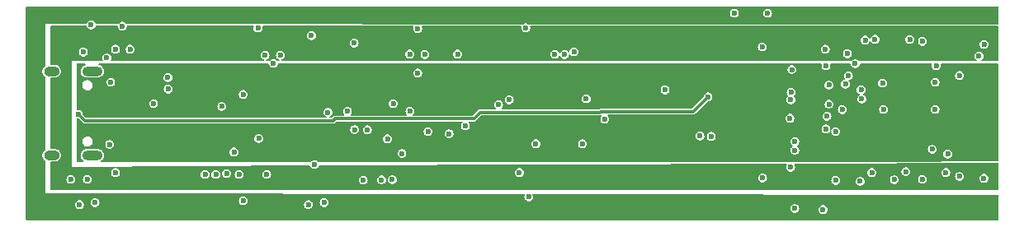
<source format=gbr>
%TF.GenerationSoftware,KiCad,Pcbnew,7.0.8+1*%
%TF.CreationDate,2023-12-11T13:56:50+01:00*%
%TF.ProjectId,Receiver,52656365-6976-4657-922e-6b696361645f,rev?*%
%TF.SameCoordinates,Original*%
%TF.FileFunction,Copper,L3,Inr*%
%TF.FilePolarity,Positive*%
%FSLAX46Y46*%
G04 Gerber Fmt 4.6, Leading zero omitted, Abs format (unit mm)*
G04 Created by KiCad (PCBNEW 7.0.8+1) date 2023-12-11 13:56:50*
%MOMM*%
%LPD*%
G01*
G04 APERTURE LIST*
%TA.AperFunction,ComponentPad*%
%ADD10O,2.100000X1.000000*%
%TD*%
%TA.AperFunction,ComponentPad*%
%ADD11O,1.600000X1.000000*%
%TD*%
%TA.AperFunction,ViaPad*%
%ADD12C,0.600000*%
%TD*%
%TA.AperFunction,Conductor*%
%ADD13C,0.300000*%
%TD*%
G04 APERTURE END LIST*
D10*
%TO.N,GND*%
%TO.C,J6*%
X56820000Y-56680000D03*
D11*
X52640000Y-56680000D03*
D10*
X56820000Y-65320000D03*
D11*
X52640000Y-65320000D03*
%TD*%
D12*
%TO.N,GND*%
X122700000Y-50700000D03*
%TO.N,+2V5*%
X105041814Y-70199998D03*
X100500000Y-50700000D03*
X96400000Y-50700000D03*
X75274831Y-70050000D03*
X70600000Y-51000000D03*
X60000000Y-70875000D03*
X85500000Y-50800000D03*
X55200004Y-50900000D03*
X90541740Y-70200000D03*
%TO.N,/PWM_SEND_1*%
X132400000Y-58100000D03*
X63100000Y-60000000D03*
%TO.N,/PWM_RCV_1*%
X59200000Y-67100000D03*
X128900002Y-63900000D03*
%TO.N,-2V5*%
X73225000Y-67300000D03*
X72922334Y-55025000D03*
X57500000Y-54500000D03*
X88700000Y-67832313D03*
X57900000Y-67700000D03*
X87796688Y-54950000D03*
X102836639Y-55000000D03*
X104110312Y-67825000D03*
%TO.N,/LED_1*%
X57100000Y-70200000D03*
X139116407Y-67835646D03*
%TO.N,GND*%
X69500000Y-67300000D03*
X143300000Y-60600000D03*
X143300000Y-57800000D03*
X95100000Y-62300000D03*
X109400000Y-61600000D03*
X59200000Y-54400000D03*
X84613454Y-67875000D03*
X89392758Y-54900000D03*
X54600000Y-67800000D03*
X120328930Y-63375000D03*
X148320000Y-53900000D03*
X99600000Y-59600000D03*
X126115000Y-50700000D03*
X98514081Y-60125000D03*
X58600000Y-64200000D03*
X102325312Y-64125000D03*
X148310000Y-67690000D03*
X89400000Y-60800000D03*
X83000000Y-60800000D03*
X128400000Y-61500000D03*
X107500000Y-59500000D03*
X137900000Y-57900000D03*
X128600000Y-56500000D03*
X74553084Y-55025000D03*
X125599846Y-67650000D03*
X71875000Y-67300000D03*
X104274021Y-54920698D03*
X90946177Y-54950369D03*
X58700000Y-57800000D03*
X60700000Y-54400000D03*
X81000000Y-60900000D03*
X119169059Y-63325000D03*
X76122334Y-55025000D03*
X72302298Y-59052298D03*
X115590000Y-58600000D03*
X106240853Y-54666615D03*
X86501322Y-67848540D03*
X56300000Y-67800000D03*
X125565320Y-54175000D03*
X138000000Y-60600000D03*
X107116852Y-64125000D03*
%TO.N,/DOG_1*%
X145800000Y-67500000D03*
X55500000Y-70400000D03*
%TO.N,/PWM_SEND_2*%
X133100000Y-62875000D03*
X73900000Y-63600000D03*
%TO.N,/PWM_RCV_2*%
X74715474Y-67300000D03*
X136800000Y-67100000D03*
%TO.N,/LED_2*%
X140300000Y-67000000D03*
X72300000Y-70000000D03*
%TO.N,/DOG_2*%
X144600000Y-65200000D03*
X70600000Y-67200000D03*
%TO.N,/PWM_SEND_3*%
X70100000Y-60300000D03*
X132410585Y-60058324D03*
%TO.N,/PWM_RCV_3*%
X128900000Y-70800000D03*
X79000000Y-70400000D03*
%TO.N,/LED_3*%
X73817206Y-52225000D03*
X79624586Y-66275000D03*
X79300000Y-53000000D03*
X142000000Y-67800000D03*
%TO.N,/DOG_3*%
X75410000Y-55850000D03*
X143410000Y-56110000D03*
%TO.N,/PWM_SEND_0*%
X132100000Y-56100000D03*
X55900000Y-54700000D03*
%TO.N,/PWM_RCV_0*%
X56700000Y-51900000D03*
X136127298Y-53472702D03*
%TO.N,/LED_0*%
X135100000Y-55900000D03*
X58300000Y-55300000D03*
%TO.N,/DOG_0*%
X147800000Y-55100000D03*
X59894822Y-52030178D03*
%TO.N,+3.3V*%
X147000000Y-57000000D03*
X96400000Y-62200000D03*
X67600000Y-63200000D03*
X85149809Y-60154622D03*
X109400000Y-59700000D03*
X121100000Y-59400000D03*
%TO.N,/DOG_5*%
X90200000Y-52300000D03*
X140700000Y-53400000D03*
%TO.N,/DOG_4*%
X142000000Y-53600000D03*
X83681095Y-53775000D03*
%TO.N,Net-(U2-GPIO19{slash}U1RTS{slash}ADC2_CH8{slash}CLK_OUT2{slash}USB_D-)*%
X134400000Y-57132997D03*
X64574345Y-57315312D03*
%TO.N,Net-(U2-GPIO20{slash}U1CTS{slash}ADC2_CH9{slash}CLK_OUT1{slash}USB_D+)*%
X64600000Y-58500000D03*
X134100000Y-58000000D03*
%TO.N,/PWM_RCV_5*%
X128900000Y-64800000D03*
X88586289Y-65132811D03*
%TO.N,/PWM_SEND_4*%
X93421669Y-63100000D03*
X132200000Y-61300000D03*
%TO.N,/PWM_SEND_5*%
X87100000Y-63625000D03*
X132100000Y-62600000D03*
%TO.N,/PWM_SEND_6*%
X101300000Y-52200000D03*
X137123493Y-53385515D03*
%TO.N,/PWM_RCV_4*%
X132033280Y-54401063D03*
X94300000Y-54900000D03*
%TO.N,/LED_4*%
X133100000Y-67900000D03*
X87600000Y-67832313D03*
%TO.N,/LED_5*%
X133775000Y-60617690D03*
X87700000Y-60000000D03*
%TO.N,/PWM_RCV_6*%
X100632072Y-67100000D03*
X128473892Y-66550000D03*
%TO.N,/LED_6*%
X101600000Y-69600000D03*
X135600000Y-68000000D03*
%TO.N,/DOG_6*%
X134300000Y-54875000D03*
X105273744Y-54944302D03*
%TO.N,Net-(J8-Pin_3)*%
X71351360Y-64977526D03*
X143000000Y-64700000D03*
%TO.N,Net-(J8-Pin_2)*%
X68400000Y-67300000D03*
X144400000Y-67100000D03*
%TO.N,VBUS*%
X120000000Y-59300000D03*
X55400000Y-61100000D03*
%TO.N,Net-(U2-EN)*%
X91270207Y-62880516D03*
X145800000Y-57100000D03*
X83740853Y-62676244D03*
X85040853Y-62688267D03*
X90206969Y-56850000D03*
%TO.N,Net-(U2-GPIO15{slash}U0RTS{slash}ADC2_CH4{slash}XTAL_32K_P)*%
X128500000Y-59600000D03*
X135780000Y-59540000D03*
%TO.N,Net-(U2-GPIO16{slash}U0CTS{slash}ADC2_CH5{slash}XTAL_32K_N)*%
X128521407Y-58850303D03*
X135700000Y-58600000D03*
%TO.N,Net-(U2-GPIO0{slash}BOOT)*%
X80600000Y-70200000D03*
X131800000Y-70899980D03*
%TD*%
D13*
%TO.N,VBUS*%
X120000000Y-59300000D02*
X118450000Y-60850000D01*
X95989339Y-61550000D02*
X81710661Y-61550000D01*
X108989339Y-60850000D02*
X108939339Y-60900000D01*
X108939339Y-60900000D02*
X96639339Y-60900000D01*
X81710661Y-61550000D02*
X81510661Y-61750000D01*
X81510661Y-61750000D02*
X56050000Y-61750000D01*
X56050000Y-61750000D02*
X55400000Y-61100000D01*
X96639339Y-60900000D02*
X95989339Y-61550000D01*
X118450000Y-60850000D02*
X108989339Y-60850000D01*
%TD*%
%TA.AperFunction,Conductor*%
%TO.N,+2V5*%
G36*
X149773566Y-50017813D02*
G01*
X149798876Y-50061650D01*
X149800000Y-50074500D01*
X149800000Y-51770500D01*
X149782687Y-51818066D01*
X149738850Y-51843376D01*
X149726000Y-51844500D01*
X101811772Y-51844500D01*
X101787213Y-51846453D01*
X101787212Y-51846453D01*
X101763660Y-51850222D01*
X101751892Y-51851152D01*
X101611889Y-51851011D01*
X101571957Y-51839264D01*
X101489068Y-51785995D01*
X101364772Y-51749500D01*
X101235228Y-51749500D01*
X101110932Y-51785995D01*
X101110930Y-51785996D01*
X101029011Y-51838641D01*
X100988931Y-51850388D01*
X100827101Y-51850226D01*
X100814327Y-51849102D01*
X100788229Y-51844501D01*
X100788226Y-51844500D01*
X100788222Y-51844500D01*
X95099747Y-51844500D01*
X74047303Y-51823446D01*
X74011249Y-51812841D01*
X74011088Y-51813194D01*
X74008625Y-51812069D01*
X74007373Y-51811701D01*
X74006277Y-51810997D01*
X74006275Y-51810996D01*
X73881978Y-51774500D01*
X73752434Y-51774500D01*
X73628137Y-51810996D01*
X73628132Y-51810998D01*
X73627752Y-51811243D01*
X73627319Y-51811369D01*
X73623325Y-51813194D01*
X73623061Y-51812617D01*
X73587676Y-51822987D01*
X60333622Y-51809733D01*
X60286073Y-51792373D01*
X60277770Y-51784192D01*
X60277704Y-51784116D01*
X60277704Y-51784115D01*
X60192871Y-51686211D01*
X60125854Y-51643142D01*
X60083890Y-51616173D01*
X59959594Y-51579678D01*
X59830050Y-51579678D01*
X59705753Y-51616173D01*
X59596776Y-51686209D01*
X59596769Y-51686214D01*
X59512632Y-51783316D01*
X59468399Y-51807927D01*
X59456632Y-51808857D01*
X57200083Y-51806600D01*
X57152534Y-51789240D01*
X57132847Y-51763344D01*
X57082882Y-51653937D01*
X56998049Y-51556033D01*
X56931032Y-51512964D01*
X56889068Y-51485995D01*
X56764772Y-51449500D01*
X56635228Y-51449500D01*
X56510931Y-51485995D01*
X56401954Y-51556031D01*
X56401950Y-51556034D01*
X56317118Y-51653936D01*
X56317115Y-51653940D01*
X56267610Y-51762340D01*
X56232102Y-51798416D01*
X56200224Y-51805599D01*
X52000546Y-51801400D01*
X52008299Y-56079093D01*
X51991072Y-56126690D01*
X51977795Y-56139094D01*
X51891164Y-56202035D01*
X51786402Y-56328669D01*
X51786397Y-56328678D01*
X51716421Y-56477384D01*
X51716419Y-56477391D01*
X51685624Y-56638826D01*
X51695943Y-56802856D01*
X51695944Y-56802862D01*
X51746729Y-56959165D01*
X51746733Y-56959173D01*
X51834794Y-57097935D01*
X51834796Y-57097937D01*
X51834798Y-57097940D01*
X51954607Y-57210448D01*
X51972135Y-57220084D01*
X52005477Y-57258171D01*
X52010485Y-57284797D01*
X52023938Y-64707731D01*
X52006711Y-64755328D01*
X51993434Y-64767732D01*
X51891164Y-64842035D01*
X51786402Y-64968669D01*
X51786397Y-64968678D01*
X51716421Y-65117384D01*
X51716419Y-65117391D01*
X51685624Y-65278826D01*
X51695943Y-65442856D01*
X51695944Y-65442862D01*
X51746729Y-65599165D01*
X51746733Y-65599173D01*
X51834794Y-65737935D01*
X51834796Y-65737937D01*
X51834798Y-65737940D01*
X51954607Y-65850448D01*
X51987811Y-65868702D01*
X52021152Y-65906788D01*
X52026160Y-65933414D01*
X52032081Y-69199998D01*
X101134628Y-69282710D01*
X101182162Y-69300102D01*
X101207397Y-69343982D01*
X101201813Y-69387450D01*
X101163302Y-69471776D01*
X101144867Y-69600000D01*
X101163302Y-69728223D01*
X101163302Y-69728224D01*
X101163303Y-69728226D01*
X101217118Y-69846063D01*
X101301951Y-69943967D01*
X101410931Y-70014004D01*
X101535228Y-70050500D01*
X101664772Y-70050500D01*
X101789069Y-70014004D01*
X101898049Y-69943967D01*
X101982882Y-69846063D01*
X102036697Y-69728226D01*
X102055133Y-69600000D01*
X102036697Y-69471774D01*
X101998903Y-69389019D01*
X101994891Y-69338561D01*
X102024253Y-69297327D01*
X102066338Y-69284279D01*
X149726126Y-69364561D01*
X149773662Y-69381954D01*
X149798897Y-69425834D01*
X149800000Y-69438561D01*
X149800000Y-71925500D01*
X149782687Y-71973066D01*
X149738850Y-71998376D01*
X149726000Y-71999500D01*
X50074500Y-71999500D01*
X50026934Y-71982187D01*
X50001624Y-71938350D01*
X50000500Y-71925500D01*
X50000500Y-70400000D01*
X55044867Y-70400000D01*
X55063302Y-70528223D01*
X55063302Y-70528224D01*
X55063303Y-70528226D01*
X55117118Y-70646063D01*
X55201951Y-70743967D01*
X55310931Y-70814004D01*
X55435228Y-70850500D01*
X55564772Y-70850500D01*
X55689069Y-70814004D01*
X55798049Y-70743967D01*
X55882882Y-70646063D01*
X55936697Y-70528226D01*
X55955133Y-70400000D01*
X55936697Y-70271774D01*
X55903919Y-70200000D01*
X56644867Y-70200000D01*
X56663302Y-70328223D01*
X56663302Y-70328224D01*
X56663303Y-70328226D01*
X56717118Y-70446063D01*
X56801951Y-70543967D01*
X56910931Y-70614004D01*
X57035228Y-70650500D01*
X57164772Y-70650500D01*
X57289069Y-70614004D01*
X57398049Y-70543967D01*
X57482882Y-70446063D01*
X57536697Y-70328226D01*
X57555133Y-70200000D01*
X57536697Y-70071774D01*
X57503919Y-70000000D01*
X71844867Y-70000000D01*
X71863302Y-70128223D01*
X71863302Y-70128224D01*
X71863303Y-70128226D01*
X71917118Y-70246063D01*
X72001951Y-70343967D01*
X72110931Y-70414004D01*
X72235228Y-70450500D01*
X72364772Y-70450500D01*
X72489069Y-70414004D01*
X72510860Y-70400000D01*
X78544867Y-70400000D01*
X78563302Y-70528223D01*
X78563302Y-70528224D01*
X78563303Y-70528226D01*
X78617118Y-70646063D01*
X78701951Y-70743967D01*
X78810931Y-70814004D01*
X78935228Y-70850500D01*
X79064772Y-70850500D01*
X79189069Y-70814004D01*
X79210860Y-70800000D01*
X128444867Y-70800000D01*
X128463302Y-70928223D01*
X128463302Y-70928224D01*
X128463303Y-70928226D01*
X128517118Y-71046063D01*
X128601951Y-71143967D01*
X128710931Y-71214004D01*
X128835228Y-71250500D01*
X128964772Y-71250500D01*
X129089069Y-71214004D01*
X129198049Y-71143967D01*
X129282882Y-71046063D01*
X129336697Y-70928226D01*
X129340758Y-70899980D01*
X131344867Y-70899980D01*
X131363302Y-71028203D01*
X131363302Y-71028204D01*
X131363303Y-71028206D01*
X131417118Y-71146043D01*
X131501951Y-71243947D01*
X131610931Y-71313984D01*
X131735228Y-71350480D01*
X131864772Y-71350480D01*
X131989069Y-71313984D01*
X132098049Y-71243947D01*
X132182882Y-71146043D01*
X132236697Y-71028206D01*
X132255133Y-70899980D01*
X132236697Y-70771754D01*
X132182882Y-70653917D01*
X132098049Y-70556013D01*
X132031032Y-70512944D01*
X131989068Y-70485975D01*
X131864772Y-70449480D01*
X131735228Y-70449480D01*
X131610931Y-70485975D01*
X131501954Y-70556011D01*
X131501950Y-70556014D01*
X131417119Y-70653915D01*
X131363302Y-70771756D01*
X131344867Y-70899980D01*
X129340758Y-70899980D01*
X129355133Y-70800000D01*
X129336697Y-70671774D01*
X129282882Y-70553937D01*
X129198049Y-70456033D01*
X129110860Y-70400000D01*
X129089068Y-70385995D01*
X128964772Y-70349500D01*
X128835228Y-70349500D01*
X128710931Y-70385995D01*
X128601954Y-70456031D01*
X128601950Y-70456034D01*
X128517119Y-70553935D01*
X128517118Y-70553936D01*
X128517118Y-70553937D01*
X128490210Y-70612855D01*
X128463302Y-70671776D01*
X128444867Y-70800000D01*
X79210860Y-70800000D01*
X79298049Y-70743967D01*
X79382882Y-70646063D01*
X79436697Y-70528226D01*
X79455133Y-70400000D01*
X79436697Y-70271774D01*
X79403919Y-70200000D01*
X80144867Y-70200000D01*
X80163302Y-70328223D01*
X80163302Y-70328224D01*
X80163303Y-70328226D01*
X80217118Y-70446063D01*
X80301951Y-70543967D01*
X80410931Y-70614004D01*
X80535228Y-70650500D01*
X80664772Y-70650500D01*
X80789069Y-70614004D01*
X80898049Y-70543967D01*
X80982882Y-70446063D01*
X81036697Y-70328226D01*
X81055133Y-70200000D01*
X81036697Y-70071774D01*
X80982882Y-69953937D01*
X80898049Y-69856033D01*
X80831032Y-69812964D01*
X80789068Y-69785995D01*
X80664772Y-69749500D01*
X80535228Y-69749500D01*
X80410931Y-69785995D01*
X80301954Y-69856031D01*
X80301950Y-69856034D01*
X80217119Y-69953935D01*
X80163302Y-70071776D01*
X80144867Y-70200000D01*
X79403919Y-70200000D01*
X79382882Y-70153937D01*
X79298049Y-70056033D01*
X79210860Y-70000000D01*
X79189068Y-69985995D01*
X79064772Y-69949500D01*
X78935228Y-69949500D01*
X78810931Y-69985995D01*
X78701954Y-70056031D01*
X78701950Y-70056034D01*
X78617119Y-70153935D01*
X78563302Y-70271776D01*
X78544867Y-70400000D01*
X72510860Y-70400000D01*
X72598049Y-70343967D01*
X72682882Y-70246063D01*
X72736697Y-70128226D01*
X72755133Y-70000000D01*
X72736697Y-69871774D01*
X72682882Y-69753937D01*
X72598049Y-69656033D01*
X72510860Y-69600000D01*
X72489068Y-69585995D01*
X72364772Y-69549500D01*
X72235228Y-69549500D01*
X72110931Y-69585995D01*
X72001954Y-69656031D01*
X72001950Y-69656034D01*
X71917119Y-69753935D01*
X71863302Y-69871776D01*
X71844867Y-70000000D01*
X57503919Y-70000000D01*
X57482882Y-69953937D01*
X57398049Y-69856033D01*
X57331032Y-69812964D01*
X57289068Y-69785995D01*
X57164772Y-69749500D01*
X57035228Y-69749500D01*
X56910931Y-69785995D01*
X56801954Y-69856031D01*
X56801950Y-69856034D01*
X56717119Y-69953935D01*
X56663302Y-70071776D01*
X56644867Y-70200000D01*
X55903919Y-70200000D01*
X55882882Y-70153937D01*
X55798049Y-70056033D01*
X55710860Y-70000000D01*
X55689068Y-69985995D01*
X55564772Y-69949500D01*
X55435228Y-69949500D01*
X55310931Y-69985995D01*
X55201954Y-70056031D01*
X55201950Y-70056034D01*
X55117119Y-70153935D01*
X55063302Y-70271776D01*
X55044867Y-70400000D01*
X50000500Y-70400000D01*
X50000500Y-50700000D01*
X122244867Y-50700000D01*
X122263302Y-50828223D01*
X122263302Y-50828224D01*
X122263303Y-50828226D01*
X122317118Y-50946063D01*
X122401951Y-51043967D01*
X122510931Y-51114004D01*
X122635228Y-51150500D01*
X122764772Y-51150500D01*
X122889069Y-51114004D01*
X122998049Y-51043967D01*
X123082882Y-50946063D01*
X123136697Y-50828226D01*
X123155133Y-50700000D01*
X125659867Y-50700000D01*
X125678302Y-50828223D01*
X125678302Y-50828224D01*
X125678303Y-50828226D01*
X125732118Y-50946063D01*
X125816951Y-51043967D01*
X125925931Y-51114004D01*
X126050228Y-51150500D01*
X126179772Y-51150500D01*
X126304069Y-51114004D01*
X126413049Y-51043967D01*
X126497882Y-50946063D01*
X126551697Y-50828226D01*
X126570133Y-50700000D01*
X126551697Y-50571774D01*
X126497882Y-50453937D01*
X126413049Y-50356033D01*
X126346032Y-50312964D01*
X126304068Y-50285995D01*
X126179772Y-50249500D01*
X126050228Y-50249500D01*
X125925931Y-50285995D01*
X125816954Y-50356031D01*
X125816950Y-50356034D01*
X125732119Y-50453935D01*
X125678302Y-50571776D01*
X125659867Y-50700000D01*
X123155133Y-50700000D01*
X123136697Y-50571774D01*
X123082882Y-50453937D01*
X122998049Y-50356033D01*
X122931032Y-50312964D01*
X122889068Y-50285995D01*
X122764772Y-50249500D01*
X122635228Y-50249500D01*
X122510931Y-50285995D01*
X122401954Y-50356031D01*
X122401950Y-50356034D01*
X122317119Y-50453935D01*
X122263302Y-50571776D01*
X122244867Y-50700000D01*
X50000500Y-50700000D01*
X50000500Y-50074500D01*
X50017813Y-50026934D01*
X50061650Y-50001624D01*
X50074500Y-50000500D01*
X149726000Y-50000500D01*
X149773566Y-50017813D01*
G37*
%TD.AperFunction*%
%TD*%
%TA.AperFunction,Conductor*%
%TO.N,-2V5*%
G36*
X56250422Y-52017313D02*
G01*
X56270167Y-52043257D01*
X56317118Y-52146063D01*
X56401951Y-52243967D01*
X56510931Y-52314004D01*
X56635228Y-52350500D01*
X56764772Y-52350500D01*
X56889069Y-52314004D01*
X56998049Y-52243967D01*
X57082882Y-52146063D01*
X57129832Y-52043257D01*
X57165339Y-52007183D01*
X57197144Y-52000000D01*
X59371229Y-52000000D01*
X59418795Y-52017313D01*
X59444105Y-52061150D01*
X59444470Y-52063437D01*
X59450907Y-52108204D01*
X59458124Y-52158401D01*
X59458124Y-52158402D01*
X59458125Y-52158404D01*
X59511940Y-52276241D01*
X59596773Y-52374145D01*
X59705753Y-52444182D01*
X59830050Y-52480678D01*
X59959594Y-52480678D01*
X60083891Y-52444182D01*
X60192871Y-52374145D01*
X60277704Y-52276241D01*
X60331519Y-52158404D01*
X60345168Y-52063467D01*
X60369074Y-52018851D01*
X60416067Y-52000037D01*
X60418415Y-52000000D01*
X73310072Y-52000000D01*
X73357638Y-52017313D01*
X73382948Y-52061150D01*
X73381257Y-52091534D01*
X73381262Y-52091535D01*
X73381254Y-52091585D01*
X73381073Y-52094852D01*
X73380508Y-52096772D01*
X73362073Y-52225000D01*
X73380508Y-52353223D01*
X73380508Y-52353224D01*
X73380509Y-52353226D01*
X73434324Y-52471063D01*
X73519157Y-52568967D01*
X73628137Y-52639004D01*
X73752434Y-52675500D01*
X73881978Y-52675500D01*
X74006275Y-52639004D01*
X74115255Y-52568967D01*
X74200088Y-52471063D01*
X74253903Y-52353226D01*
X74272339Y-52225000D01*
X74258020Y-52125409D01*
X74253903Y-52096772D01*
X74253339Y-52094852D01*
X74253427Y-52093462D01*
X74253150Y-52091535D01*
X74253553Y-52091477D01*
X74256546Y-52044335D01*
X74291475Y-52007698D01*
X74324340Y-52000000D01*
X89726604Y-52000000D01*
X89774170Y-52017313D01*
X89799480Y-52061150D01*
X89793917Y-52104738D01*
X89775045Y-52146063D01*
X89763302Y-52171776D01*
X89744867Y-52300000D01*
X89763302Y-52428223D01*
X89763302Y-52428224D01*
X89763303Y-52428226D01*
X89817118Y-52546063D01*
X89901951Y-52643967D01*
X90010931Y-52714004D01*
X90135228Y-52750500D01*
X90264772Y-52750500D01*
X90389069Y-52714004D01*
X90498049Y-52643967D01*
X90582882Y-52546063D01*
X90636697Y-52428226D01*
X90655133Y-52300000D01*
X90636697Y-52171774D01*
X90606082Y-52104739D01*
X90602072Y-52054281D01*
X90631433Y-52013048D01*
X90673396Y-52000000D01*
X100788222Y-52000000D01*
X100835788Y-52017313D01*
X100861098Y-52061150D01*
X100861469Y-52084531D01*
X100844867Y-52200000D01*
X100863302Y-52328223D01*
X100863302Y-52328224D01*
X100863303Y-52328226D01*
X100917118Y-52446063D01*
X101001951Y-52543967D01*
X101110931Y-52614004D01*
X101235228Y-52650500D01*
X101364772Y-52650500D01*
X101489069Y-52614004D01*
X101598049Y-52543967D01*
X101682882Y-52446063D01*
X101736697Y-52328226D01*
X101755133Y-52200000D01*
X101738531Y-52084530D01*
X101748898Y-52034985D01*
X101788688Y-52003695D01*
X101811778Y-52000000D01*
X149726000Y-52000000D01*
X149773566Y-52017313D01*
X149798876Y-52061150D01*
X149800000Y-52074000D01*
X149800000Y-55526000D01*
X149782687Y-55573566D01*
X149738850Y-55598876D01*
X149726000Y-55600000D01*
X148107277Y-55600000D01*
X148059711Y-55582687D01*
X148034401Y-55538850D01*
X148043191Y-55489000D01*
X148067268Y-55463748D01*
X148098049Y-55443967D01*
X148182882Y-55346063D01*
X148236697Y-55228226D01*
X148255133Y-55100000D01*
X148236697Y-54971774D01*
X148182882Y-54853937D01*
X148098049Y-54756033D01*
X148010860Y-54700000D01*
X147989068Y-54685995D01*
X147864772Y-54649500D01*
X147735228Y-54649500D01*
X147610931Y-54685995D01*
X147501954Y-54756031D01*
X147501950Y-54756034D01*
X147417119Y-54853935D01*
X147363302Y-54971776D01*
X147344867Y-55100000D01*
X147363302Y-55228223D01*
X147363302Y-55228224D01*
X147363303Y-55228226D01*
X147417118Y-55346063D01*
X147501951Y-55443967D01*
X147532730Y-55463747D01*
X147563386Y-55504028D01*
X147560977Y-55554589D01*
X147526632Y-55591774D01*
X147492723Y-55600000D01*
X135469941Y-55600000D01*
X135422375Y-55582687D01*
X135414015Y-55574459D01*
X135398052Y-55556036D01*
X135398050Y-55556035D01*
X135398049Y-55556033D01*
X135320244Y-55506031D01*
X135289068Y-55485995D01*
X135164772Y-55449500D01*
X135035228Y-55449500D01*
X134910931Y-55485995D01*
X134801954Y-55556031D01*
X134801947Y-55556036D01*
X134785985Y-55574459D01*
X134741752Y-55599070D01*
X134730059Y-55600000D01*
X76277783Y-55600000D01*
X76230217Y-55582687D01*
X76204907Y-55538850D01*
X76213697Y-55489000D01*
X76252474Y-55456463D01*
X76256935Y-55454997D01*
X76275656Y-55449500D01*
X76311403Y-55439004D01*
X76420383Y-55368967D01*
X76505216Y-55271063D01*
X76559031Y-55153226D01*
X76577467Y-55025000D01*
X76559495Y-54900000D01*
X88937625Y-54900000D01*
X88956060Y-55028223D01*
X88956060Y-55028224D01*
X88956061Y-55028226D01*
X89009876Y-55146063D01*
X89094709Y-55243967D01*
X89203689Y-55314004D01*
X89327986Y-55350500D01*
X89457530Y-55350500D01*
X89581827Y-55314004D01*
X89690807Y-55243967D01*
X89775640Y-55146063D01*
X89829455Y-55028226D01*
X89840649Y-54950369D01*
X90491044Y-54950369D01*
X90509479Y-55078592D01*
X90509479Y-55078593D01*
X90509480Y-55078595D01*
X90563295Y-55196432D01*
X90648128Y-55294336D01*
X90757108Y-55364373D01*
X90881405Y-55400869D01*
X91010949Y-55400869D01*
X91135246Y-55364373D01*
X91244226Y-55294336D01*
X91329059Y-55196432D01*
X91382874Y-55078595D01*
X91401310Y-54950369D01*
X91394068Y-54900000D01*
X93844867Y-54900000D01*
X93863302Y-55028223D01*
X93863302Y-55028224D01*
X93863303Y-55028226D01*
X93917118Y-55146063D01*
X94001951Y-55243967D01*
X94110931Y-55314004D01*
X94235228Y-55350500D01*
X94364772Y-55350500D01*
X94489069Y-55314004D01*
X94598049Y-55243967D01*
X94682882Y-55146063D01*
X94736697Y-55028226D01*
X94752157Y-54920698D01*
X103818888Y-54920698D01*
X103837323Y-55048921D01*
X103837323Y-55048922D01*
X103837324Y-55048924D01*
X103891139Y-55166761D01*
X103975972Y-55264665D01*
X104084952Y-55334702D01*
X104209249Y-55371198D01*
X104338793Y-55371198D01*
X104463090Y-55334702D01*
X104572070Y-55264665D01*
X104656903Y-55166761D01*
X104701180Y-55069807D01*
X104736687Y-55033733D01*
X104787077Y-55028921D01*
X104828770Y-55057625D01*
X104835805Y-55069808D01*
X104837046Y-55072527D01*
X104837047Y-55072528D01*
X104890862Y-55190365D01*
X104975695Y-55288269D01*
X105084675Y-55358306D01*
X105208972Y-55394802D01*
X105338516Y-55394802D01*
X105462813Y-55358306D01*
X105571793Y-55288269D01*
X105656626Y-55190365D01*
X105710441Y-55072528D01*
X105728088Y-54949786D01*
X105751994Y-54905169D01*
X105798987Y-54886355D01*
X105847078Y-54902150D01*
X105857261Y-54911859D01*
X105942800Y-55010578D01*
X105942801Y-55010579D01*
X105942804Y-55010582D01*
X106051784Y-55080619D01*
X106176081Y-55117115D01*
X106305625Y-55117115D01*
X106429922Y-55080619D01*
X106538902Y-55010582D01*
X106623735Y-54912678D01*
X106640942Y-54875000D01*
X133844867Y-54875000D01*
X133863302Y-55003223D01*
X133863302Y-55003224D01*
X133863303Y-55003226D01*
X133917118Y-55121063D01*
X134001951Y-55218967D01*
X134110931Y-55289004D01*
X134235228Y-55325500D01*
X134364772Y-55325500D01*
X134489069Y-55289004D01*
X134598049Y-55218967D01*
X134682882Y-55121063D01*
X134736697Y-55003226D01*
X134755133Y-54875000D01*
X134736697Y-54746774D01*
X134682882Y-54628937D01*
X134598049Y-54531033D01*
X134503388Y-54470198D01*
X134489068Y-54460995D01*
X134364772Y-54424500D01*
X134235228Y-54424500D01*
X134110931Y-54460995D01*
X134001954Y-54531031D01*
X134001950Y-54531034D01*
X133917119Y-54628935D01*
X133863302Y-54746776D01*
X133844867Y-54875000D01*
X106640942Y-54875000D01*
X106677550Y-54794841D01*
X106695986Y-54666615D01*
X106677550Y-54538389D01*
X106623735Y-54420552D01*
X106538902Y-54322648D01*
X106471885Y-54279579D01*
X106429921Y-54252610D01*
X106305625Y-54216115D01*
X106176081Y-54216115D01*
X106051784Y-54252610D01*
X105942807Y-54322646D01*
X105942803Y-54322649D01*
X105857972Y-54420550D01*
X105804155Y-54538391D01*
X105786508Y-54661130D01*
X105762602Y-54705748D01*
X105715609Y-54724561D01*
X105667517Y-54708766D01*
X105657335Y-54699057D01*
X105571796Y-54600338D01*
X105571794Y-54600337D01*
X105571793Y-54600335D01*
X105475403Y-54538389D01*
X105462812Y-54530297D01*
X105338516Y-54493802D01*
X105208972Y-54493802D01*
X105084675Y-54530297D01*
X104975698Y-54600333D01*
X104975694Y-54600336D01*
X104890862Y-54698237D01*
X104846585Y-54795191D01*
X104811076Y-54831267D01*
X104760686Y-54836078D01*
X104718993Y-54807374D01*
X104711959Y-54795191D01*
X104710718Y-54792474D01*
X104710718Y-54792472D01*
X104656903Y-54674635D01*
X104572070Y-54576731D01*
X104482189Y-54518968D01*
X104463089Y-54506693D01*
X104338793Y-54470198D01*
X104209249Y-54470198D01*
X104084952Y-54506693D01*
X103975975Y-54576729D01*
X103975971Y-54576732D01*
X103891140Y-54674633D01*
X103891139Y-54674634D01*
X103891139Y-54674635D01*
X103877589Y-54704306D01*
X103837323Y-54792474D01*
X103818888Y-54920698D01*
X94752157Y-54920698D01*
X94755133Y-54900000D01*
X94736697Y-54771774D01*
X94682882Y-54653937D01*
X94598049Y-54556033D01*
X94510656Y-54499869D01*
X94489068Y-54485995D01*
X94364772Y-54449500D01*
X94235228Y-54449500D01*
X94110931Y-54485995D01*
X94001954Y-54556031D01*
X94001950Y-54556034D01*
X93917119Y-54653935D01*
X93863302Y-54771776D01*
X93844867Y-54900000D01*
X91394068Y-54900000D01*
X91382874Y-54822143D01*
X91329059Y-54704306D01*
X91244226Y-54606402D01*
X91138399Y-54538391D01*
X91135245Y-54536364D01*
X91010949Y-54499869D01*
X90881405Y-54499869D01*
X90757108Y-54536364D01*
X90648131Y-54606400D01*
X90648127Y-54606403D01*
X90563296Y-54704304D01*
X90563295Y-54704305D01*
X90563295Y-54704306D01*
X90561258Y-54708766D01*
X90509479Y-54822145D01*
X90491044Y-54950369D01*
X89840649Y-54950369D01*
X89847891Y-54900000D01*
X89829455Y-54771774D01*
X89775640Y-54653937D01*
X89690807Y-54556033D01*
X89603414Y-54499869D01*
X89581826Y-54485995D01*
X89457530Y-54449500D01*
X89327986Y-54449500D01*
X89203689Y-54485995D01*
X89094712Y-54556031D01*
X89094708Y-54556034D01*
X89009877Y-54653935D01*
X88956060Y-54771776D01*
X88937625Y-54900000D01*
X76559495Y-54900000D01*
X76559031Y-54896774D01*
X76505216Y-54778937D01*
X76420383Y-54681033D01*
X76333972Y-54625500D01*
X76311402Y-54610995D01*
X76187106Y-54574500D01*
X76057562Y-54574500D01*
X75933265Y-54610995D01*
X75824288Y-54681031D01*
X75824284Y-54681034D01*
X75739453Y-54778935D01*
X75685636Y-54896776D01*
X75667201Y-55025000D01*
X75685636Y-55153223D01*
X75685636Y-55153224D01*
X75685637Y-55153226D01*
X75739452Y-55271063D01*
X75824285Y-55368967D01*
X75933265Y-55439004D01*
X75987733Y-55454997D01*
X76028495Y-55485010D01*
X76040429Y-55534202D01*
X76017951Y-55579556D01*
X75971579Y-55599851D01*
X75966885Y-55600000D01*
X75823266Y-55600000D01*
X75775700Y-55582687D01*
X75767340Y-55574459D01*
X75708052Y-55506036D01*
X75708050Y-55506035D01*
X75708049Y-55506033D01*
X75611474Y-55443968D01*
X75599068Y-55435995D01*
X75474772Y-55399500D01*
X75345228Y-55399500D01*
X75220931Y-55435995D01*
X75111954Y-55506031D01*
X75111947Y-55506036D01*
X75052660Y-55574459D01*
X75008426Y-55599070D01*
X74996734Y-55600000D01*
X74708533Y-55600000D01*
X74660967Y-55582687D01*
X74635657Y-55538850D01*
X74644447Y-55489000D01*
X74683224Y-55456463D01*
X74687685Y-55454997D01*
X74706406Y-55449500D01*
X74742153Y-55439004D01*
X74851133Y-55368967D01*
X74935966Y-55271063D01*
X74989781Y-55153226D01*
X75008217Y-55025000D01*
X74989781Y-54896774D01*
X74935966Y-54778937D01*
X74851133Y-54681033D01*
X74764722Y-54625500D01*
X74742152Y-54610995D01*
X74617856Y-54574500D01*
X74488312Y-54574500D01*
X74364015Y-54610995D01*
X74255038Y-54681031D01*
X74255034Y-54681034D01*
X74170203Y-54778935D01*
X74116386Y-54896776D01*
X74097951Y-55025000D01*
X74116386Y-55153223D01*
X74116386Y-55153224D01*
X74116387Y-55153226D01*
X74170202Y-55271063D01*
X74255035Y-55368967D01*
X74364015Y-55439004D01*
X74418483Y-55454997D01*
X74459245Y-55485010D01*
X74471179Y-55534202D01*
X74448701Y-55579556D01*
X74402329Y-55599851D01*
X74397635Y-55600000D01*
X58773396Y-55600000D01*
X58725830Y-55582687D01*
X58700520Y-55538850D01*
X58706082Y-55495261D01*
X58736697Y-55428226D01*
X58755133Y-55300000D01*
X58736697Y-55171774D01*
X58682882Y-55053937D01*
X58598049Y-54956033D01*
X58489628Y-54886355D01*
X58489068Y-54885995D01*
X58364772Y-54849500D01*
X58235228Y-54849500D01*
X58110931Y-54885995D01*
X58001954Y-54956031D01*
X58001950Y-54956034D01*
X57917119Y-55053935D01*
X57863302Y-55171776D01*
X57844867Y-55300000D01*
X57863302Y-55428223D01*
X57863302Y-55428224D01*
X57863303Y-55428226D01*
X57893917Y-55495260D01*
X57897928Y-55545719D01*
X57868567Y-55586952D01*
X57826604Y-55600000D01*
X54700000Y-55600000D01*
X54700000Y-66498355D01*
X54700001Y-66498356D01*
X54774635Y-66498049D01*
X79137595Y-66397893D01*
X79185229Y-66415009D01*
X79205207Y-66441148D01*
X79241704Y-66521063D01*
X79326537Y-66618967D01*
X79435517Y-66689004D01*
X79559814Y-66725500D01*
X79689358Y-66725500D01*
X79813655Y-66689004D01*
X79922635Y-66618967D01*
X80007468Y-66521063D01*
X80045794Y-66437140D01*
X80081301Y-66401066D01*
X80112796Y-66393884D01*
X128024436Y-66196920D01*
X128072070Y-66214036D01*
X128097559Y-66257769D01*
X128092050Y-66301659D01*
X128037194Y-66421776D01*
X128018759Y-66550000D01*
X128037194Y-66678223D01*
X128037194Y-66678224D01*
X128037195Y-66678226D01*
X128091010Y-66796063D01*
X128175843Y-66893967D01*
X128284823Y-66964004D01*
X128409120Y-67000500D01*
X128538664Y-67000500D01*
X128662961Y-66964004D01*
X128771941Y-66893967D01*
X128856774Y-66796063D01*
X128910589Y-66678226D01*
X128929025Y-66550000D01*
X128910589Y-66421774D01*
X128856774Y-66303937D01*
X128856772Y-66303935D01*
X128854575Y-66299123D01*
X128856835Y-66298090D01*
X128847741Y-66257891D01*
X128870920Y-66212891D01*
X128917601Y-66193318D01*
X128920800Y-66193235D01*
X149725697Y-66107706D01*
X149773333Y-66124823D01*
X149798822Y-66168556D01*
X149800000Y-66181705D01*
X149800000Y-68826000D01*
X149782687Y-68873566D01*
X149738850Y-68898876D01*
X149726000Y-68900000D01*
X52574000Y-68900000D01*
X52526434Y-68882687D01*
X52501124Y-68838850D01*
X52500000Y-68826000D01*
X52500000Y-67800000D01*
X54144867Y-67800000D01*
X54163302Y-67928223D01*
X54163302Y-67928224D01*
X54163303Y-67928226D01*
X54217118Y-68046063D01*
X54301951Y-68143967D01*
X54410931Y-68214004D01*
X54535228Y-68250500D01*
X54664772Y-68250500D01*
X54789069Y-68214004D01*
X54898049Y-68143967D01*
X54982882Y-68046063D01*
X55036697Y-67928226D01*
X55055133Y-67800000D01*
X55844867Y-67800000D01*
X55863302Y-67928223D01*
X55863302Y-67928224D01*
X55863303Y-67928226D01*
X55917118Y-68046063D01*
X56001951Y-68143967D01*
X56110931Y-68214004D01*
X56235228Y-68250500D01*
X56364772Y-68250500D01*
X56489069Y-68214004D01*
X56598049Y-68143967D01*
X56682882Y-68046063D01*
X56736697Y-67928226D01*
X56744350Y-67875000D01*
X84158321Y-67875000D01*
X84176756Y-68003223D01*
X84176756Y-68003224D01*
X84176757Y-68003226D01*
X84230572Y-68121063D01*
X84315405Y-68218967D01*
X84424385Y-68289004D01*
X84548682Y-68325500D01*
X84678226Y-68325500D01*
X84802523Y-68289004D01*
X84911503Y-68218967D01*
X84996336Y-68121063D01*
X85050151Y-68003226D01*
X85068587Y-67875000D01*
X85064783Y-67848540D01*
X86046189Y-67848540D01*
X86064624Y-67976763D01*
X86064624Y-67976764D01*
X86064625Y-67976766D01*
X86118440Y-68094603D01*
X86203273Y-68192507D01*
X86312253Y-68262544D01*
X86436550Y-68299040D01*
X86566094Y-68299040D01*
X86690391Y-68262544D01*
X86799371Y-68192507D01*
X86884204Y-68094603D01*
X86938019Y-67976766D01*
X86956455Y-67848540D01*
X86954122Y-67832313D01*
X87144867Y-67832313D01*
X87163302Y-67960536D01*
X87163302Y-67960537D01*
X87163303Y-67960539D01*
X87217118Y-68078376D01*
X87301951Y-68176280D01*
X87410931Y-68246317D01*
X87535228Y-68282813D01*
X87664772Y-68282813D01*
X87789069Y-68246317D01*
X87898049Y-68176280D01*
X87982882Y-68078376D01*
X88036697Y-67960539D01*
X88055133Y-67832313D01*
X88036697Y-67704087D01*
X88011996Y-67650000D01*
X125144713Y-67650000D01*
X125163148Y-67778223D01*
X125163148Y-67778224D01*
X125163149Y-67778226D01*
X125216964Y-67896063D01*
X125301797Y-67993967D01*
X125410777Y-68064004D01*
X125535074Y-68100500D01*
X125664618Y-68100500D01*
X125788915Y-68064004D01*
X125897895Y-67993967D01*
X125979317Y-67900000D01*
X132644867Y-67900000D01*
X132663302Y-68028223D01*
X132663302Y-68028224D01*
X132663303Y-68028226D01*
X132717118Y-68146063D01*
X132801951Y-68243967D01*
X132910931Y-68314004D01*
X133035228Y-68350500D01*
X133164772Y-68350500D01*
X133289069Y-68314004D01*
X133398049Y-68243967D01*
X133482882Y-68146063D01*
X133536697Y-68028226D01*
X133540755Y-68000000D01*
X135144867Y-68000000D01*
X135163302Y-68128223D01*
X135163302Y-68128224D01*
X135163303Y-68128226D01*
X135217118Y-68246063D01*
X135301951Y-68343967D01*
X135410931Y-68414004D01*
X135535228Y-68450500D01*
X135664772Y-68450500D01*
X135789069Y-68414004D01*
X135898049Y-68343967D01*
X135982882Y-68246063D01*
X136036697Y-68128226D01*
X136055133Y-68000000D01*
X136036697Y-67871774D01*
X136020198Y-67835646D01*
X138661274Y-67835646D01*
X138679709Y-67963869D01*
X138679709Y-67963870D01*
X138679710Y-67963872D01*
X138733525Y-68081709D01*
X138818358Y-68179613D01*
X138927338Y-68249650D01*
X139051635Y-68286146D01*
X139181179Y-68286146D01*
X139305476Y-68249650D01*
X139414456Y-68179613D01*
X139499289Y-68081709D01*
X139553104Y-67963872D01*
X139571540Y-67835646D01*
X139566415Y-67800000D01*
X141544867Y-67800000D01*
X141563302Y-67928223D01*
X141563302Y-67928224D01*
X141563303Y-67928226D01*
X141617118Y-68046063D01*
X141701951Y-68143967D01*
X141810931Y-68214004D01*
X141935228Y-68250500D01*
X142064772Y-68250500D01*
X142189069Y-68214004D01*
X142298049Y-68143967D01*
X142382882Y-68046063D01*
X142436697Y-67928226D01*
X142455133Y-67800000D01*
X142436697Y-67671774D01*
X142382882Y-67553937D01*
X142298049Y-67456033D01*
X142207810Y-67398040D01*
X142189068Y-67385995D01*
X142064772Y-67349500D01*
X141935228Y-67349500D01*
X141810931Y-67385995D01*
X141701954Y-67456031D01*
X141701950Y-67456034D01*
X141617119Y-67553935D01*
X141563302Y-67671776D01*
X141544867Y-67800000D01*
X139566415Y-67800000D01*
X139553104Y-67707420D01*
X139499289Y-67589583D01*
X139414456Y-67491679D01*
X139347439Y-67448610D01*
X139305475Y-67421641D01*
X139181179Y-67385146D01*
X139051635Y-67385146D01*
X138927338Y-67421641D01*
X138818361Y-67491677D01*
X138818357Y-67491680D01*
X138733526Y-67589581D01*
X138733525Y-67589582D01*
X138733525Y-67589583D01*
X138715877Y-67628226D01*
X138679709Y-67707422D01*
X138661274Y-67835646D01*
X136020198Y-67835646D01*
X135982882Y-67753937D01*
X135898049Y-67656033D01*
X135814711Y-67602475D01*
X135789068Y-67585995D01*
X135664772Y-67549500D01*
X135535228Y-67549500D01*
X135410931Y-67585995D01*
X135301954Y-67656031D01*
X135301950Y-67656034D01*
X135217119Y-67753935D01*
X135217118Y-67753936D01*
X135217118Y-67753937D01*
X135196081Y-67800000D01*
X135163302Y-67871776D01*
X135144867Y-68000000D01*
X133540755Y-68000000D01*
X133555133Y-67900000D01*
X133536697Y-67771774D01*
X133482882Y-67653937D01*
X133398049Y-67556033D01*
X133317977Y-67504574D01*
X133289068Y-67485995D01*
X133164772Y-67449500D01*
X133035228Y-67449500D01*
X132910931Y-67485995D01*
X132801954Y-67556031D01*
X132801950Y-67556034D01*
X132717119Y-67653935D01*
X132663302Y-67771776D01*
X132644867Y-67900000D01*
X125979317Y-67900000D01*
X125982728Y-67896063D01*
X126036543Y-67778226D01*
X126054979Y-67650000D01*
X126036543Y-67521774D01*
X125982728Y-67403937D01*
X125897895Y-67306033D01*
X125816829Y-67253935D01*
X125788914Y-67235995D01*
X125664618Y-67199500D01*
X125535074Y-67199500D01*
X125410777Y-67235995D01*
X125301800Y-67306031D01*
X125301796Y-67306034D01*
X125216965Y-67403935D01*
X125216964Y-67403936D01*
X125216964Y-67403937D01*
X125202990Y-67434535D01*
X125163148Y-67521776D01*
X125144713Y-67650000D01*
X88011996Y-67650000D01*
X87982882Y-67586250D01*
X87898049Y-67488346D01*
X87814317Y-67434535D01*
X87789068Y-67418308D01*
X87664772Y-67381813D01*
X87535228Y-67381813D01*
X87410931Y-67418308D01*
X87301954Y-67488344D01*
X87301950Y-67488347D01*
X87217119Y-67586248D01*
X87163302Y-67704089D01*
X87144867Y-67832313D01*
X86954122Y-67832313D01*
X86938019Y-67720314D01*
X86884204Y-67602477D01*
X86799371Y-67504573D01*
X86708329Y-67446064D01*
X86690390Y-67434535D01*
X86566094Y-67398040D01*
X86436550Y-67398040D01*
X86312253Y-67434535D01*
X86203276Y-67504571D01*
X86203272Y-67504574D01*
X86118441Y-67602475D01*
X86064624Y-67720316D01*
X86046189Y-67848540D01*
X85064783Y-67848540D01*
X85050151Y-67746774D01*
X84996336Y-67628937D01*
X84911503Y-67531033D01*
X84841422Y-67485995D01*
X84802522Y-67460995D01*
X84678226Y-67424500D01*
X84548682Y-67424500D01*
X84424385Y-67460995D01*
X84315408Y-67531031D01*
X84315404Y-67531034D01*
X84230573Y-67628935D01*
X84230572Y-67628936D01*
X84230572Y-67628937D01*
X84220953Y-67650000D01*
X84176756Y-67746776D01*
X84158321Y-67875000D01*
X56744350Y-67875000D01*
X56755133Y-67800000D01*
X56736697Y-67671774D01*
X56682882Y-67553937D01*
X56598049Y-67456033D01*
X56507810Y-67398040D01*
X56489068Y-67385995D01*
X56364772Y-67349500D01*
X56235228Y-67349500D01*
X56110931Y-67385995D01*
X56001954Y-67456031D01*
X56001950Y-67456034D01*
X55917119Y-67553935D01*
X55863302Y-67671776D01*
X55844867Y-67800000D01*
X55055133Y-67800000D01*
X55036697Y-67671774D01*
X54982882Y-67553937D01*
X54898049Y-67456033D01*
X54807810Y-67398040D01*
X54789068Y-67385995D01*
X54664772Y-67349500D01*
X54535228Y-67349500D01*
X54410931Y-67385995D01*
X54301954Y-67456031D01*
X54301950Y-67456034D01*
X54217119Y-67553935D01*
X54163302Y-67671776D01*
X54144867Y-67800000D01*
X52500000Y-67800000D01*
X52500000Y-67100000D01*
X58744867Y-67100000D01*
X58763302Y-67228223D01*
X58763302Y-67228224D01*
X58763303Y-67228226D01*
X58817118Y-67346063D01*
X58901951Y-67443967D01*
X59010931Y-67514004D01*
X59135228Y-67550500D01*
X59264772Y-67550500D01*
X59389069Y-67514004D01*
X59498049Y-67443967D01*
X59582882Y-67346063D01*
X59603919Y-67300000D01*
X67944867Y-67300000D01*
X67963302Y-67428223D01*
X67963302Y-67428224D01*
X67963303Y-67428226D01*
X68017118Y-67546063D01*
X68101951Y-67643967D01*
X68210931Y-67714004D01*
X68335228Y-67750500D01*
X68464772Y-67750500D01*
X68589069Y-67714004D01*
X68698049Y-67643967D01*
X68782882Y-67546063D01*
X68836697Y-67428226D01*
X68855133Y-67300000D01*
X69044867Y-67300000D01*
X69063302Y-67428223D01*
X69063302Y-67428224D01*
X69063303Y-67428226D01*
X69117118Y-67546063D01*
X69201951Y-67643967D01*
X69310931Y-67714004D01*
X69435228Y-67750500D01*
X69564772Y-67750500D01*
X69689069Y-67714004D01*
X69798049Y-67643967D01*
X69882882Y-67546063D01*
X69936697Y-67428226D01*
X69955133Y-67300000D01*
X69940755Y-67200000D01*
X70144867Y-67200000D01*
X70163302Y-67328223D01*
X70163302Y-67328224D01*
X70163303Y-67328226D01*
X70217118Y-67446063D01*
X70301951Y-67543967D01*
X70410931Y-67614004D01*
X70535228Y-67650500D01*
X70664772Y-67650500D01*
X70789069Y-67614004D01*
X70898049Y-67543967D01*
X70982882Y-67446063D01*
X71036697Y-67328226D01*
X71040755Y-67300000D01*
X71419867Y-67300000D01*
X71438302Y-67428223D01*
X71438302Y-67428224D01*
X71438303Y-67428226D01*
X71492118Y-67546063D01*
X71576951Y-67643967D01*
X71685931Y-67714004D01*
X71810228Y-67750500D01*
X71939772Y-67750500D01*
X72064069Y-67714004D01*
X72173049Y-67643967D01*
X72257882Y-67546063D01*
X72311697Y-67428226D01*
X72330133Y-67300000D01*
X74260341Y-67300000D01*
X74278776Y-67428223D01*
X74278776Y-67428224D01*
X74278777Y-67428226D01*
X74332592Y-67546063D01*
X74417425Y-67643967D01*
X74526405Y-67714004D01*
X74650702Y-67750500D01*
X74780246Y-67750500D01*
X74904543Y-67714004D01*
X75013523Y-67643967D01*
X75098356Y-67546063D01*
X75152171Y-67428226D01*
X75170607Y-67300000D01*
X75152171Y-67171774D01*
X75119393Y-67100000D01*
X100176939Y-67100000D01*
X100195374Y-67228223D01*
X100195374Y-67228224D01*
X100195375Y-67228226D01*
X100249190Y-67346063D01*
X100334023Y-67443967D01*
X100443003Y-67514004D01*
X100567300Y-67550500D01*
X100696844Y-67550500D01*
X100821141Y-67514004D01*
X100930121Y-67443967D01*
X101014954Y-67346063D01*
X101068769Y-67228226D01*
X101087205Y-67100000D01*
X136344867Y-67100000D01*
X136363302Y-67228223D01*
X136363302Y-67228224D01*
X136363303Y-67228226D01*
X136417118Y-67346063D01*
X136501951Y-67443967D01*
X136610931Y-67514004D01*
X136735228Y-67550500D01*
X136864772Y-67550500D01*
X136989069Y-67514004D01*
X137098049Y-67443967D01*
X137182882Y-67346063D01*
X137236697Y-67228226D01*
X137255133Y-67100000D01*
X137240755Y-67000000D01*
X139844867Y-67000000D01*
X139863302Y-67128223D01*
X139863302Y-67128224D01*
X139863303Y-67128226D01*
X139917118Y-67246063D01*
X140001951Y-67343967D01*
X140110931Y-67414004D01*
X140235228Y-67450500D01*
X140364772Y-67450500D01*
X140489069Y-67414004D01*
X140598049Y-67343967D01*
X140682882Y-67246063D01*
X140736697Y-67128226D01*
X140740755Y-67100000D01*
X143944867Y-67100000D01*
X143963302Y-67228223D01*
X143963302Y-67228224D01*
X143963303Y-67228226D01*
X144017118Y-67346063D01*
X144101951Y-67443967D01*
X144210931Y-67514004D01*
X144335228Y-67550500D01*
X144464772Y-67550500D01*
X144589069Y-67514004D01*
X144610860Y-67500000D01*
X145344867Y-67500000D01*
X145363302Y-67628223D01*
X145363302Y-67628224D01*
X145363303Y-67628226D01*
X145417118Y-67746063D01*
X145501951Y-67843967D01*
X145610931Y-67914004D01*
X145735228Y-67950500D01*
X145864772Y-67950500D01*
X145989069Y-67914004D01*
X146098049Y-67843967D01*
X146182882Y-67746063D01*
X146208485Y-67690000D01*
X147854867Y-67690000D01*
X147873302Y-67818223D01*
X147873302Y-67818224D01*
X147873303Y-67818226D01*
X147927118Y-67936063D01*
X148011951Y-68033967D01*
X148120931Y-68104004D01*
X148245228Y-68140500D01*
X148374772Y-68140500D01*
X148499069Y-68104004D01*
X148608049Y-68033967D01*
X148692882Y-67936063D01*
X148746697Y-67818226D01*
X148765133Y-67690000D01*
X148746697Y-67561774D01*
X148692882Y-67443937D01*
X148608049Y-67346033D01*
X148536420Y-67300000D01*
X148499068Y-67275995D01*
X148374772Y-67239500D01*
X148245228Y-67239500D01*
X148120931Y-67275995D01*
X148011954Y-67346031D01*
X148011950Y-67346034D01*
X147927119Y-67443935D01*
X147927118Y-67443936D01*
X147927118Y-67443937D01*
X147924121Y-67450500D01*
X147873302Y-67561776D01*
X147854867Y-67690000D01*
X146208485Y-67690000D01*
X146236697Y-67628226D01*
X146255133Y-67500000D01*
X146236697Y-67371774D01*
X146182882Y-67253937D01*
X146098049Y-67156033D01*
X146010860Y-67100000D01*
X145989068Y-67085995D01*
X145864772Y-67049500D01*
X145735228Y-67049500D01*
X145610931Y-67085995D01*
X145501954Y-67156031D01*
X145501950Y-67156034D01*
X145417119Y-67253935D01*
X145363302Y-67371776D01*
X145344867Y-67500000D01*
X144610860Y-67500000D01*
X144698049Y-67443967D01*
X144782882Y-67346063D01*
X144836697Y-67228226D01*
X144855133Y-67100000D01*
X144836697Y-66971774D01*
X144782882Y-66853937D01*
X144698049Y-66756033D01*
X144593750Y-66689004D01*
X144589068Y-66685995D01*
X144464772Y-66649500D01*
X144335228Y-66649500D01*
X144210931Y-66685995D01*
X144101954Y-66756031D01*
X144101950Y-66756034D01*
X144017119Y-66853935D01*
X143963302Y-66971776D01*
X143944867Y-67100000D01*
X140740755Y-67100000D01*
X140755133Y-67000000D01*
X140736697Y-66871774D01*
X140682882Y-66753937D01*
X140598049Y-66656033D01*
X140531032Y-66612964D01*
X140489068Y-66585995D01*
X140364772Y-66549500D01*
X140235228Y-66549500D01*
X140110931Y-66585995D01*
X140001954Y-66656031D01*
X140001950Y-66656034D01*
X139917119Y-66753935D01*
X139863302Y-66871776D01*
X139844867Y-67000000D01*
X137240755Y-67000000D01*
X137236697Y-66971774D01*
X137182882Y-66853937D01*
X137098049Y-66756033D01*
X136993750Y-66689004D01*
X136989068Y-66685995D01*
X136864772Y-66649500D01*
X136735228Y-66649500D01*
X136610931Y-66685995D01*
X136501954Y-66756031D01*
X136501950Y-66756034D01*
X136417119Y-66853935D01*
X136363302Y-66971776D01*
X136344867Y-67100000D01*
X101087205Y-67100000D01*
X101068769Y-66971774D01*
X101014954Y-66853937D01*
X100930121Y-66756033D01*
X100825822Y-66689004D01*
X100821140Y-66685995D01*
X100696844Y-66649500D01*
X100567300Y-66649500D01*
X100443003Y-66685995D01*
X100334026Y-66756031D01*
X100334022Y-66756034D01*
X100249191Y-66853935D01*
X100195374Y-66971776D01*
X100176939Y-67100000D01*
X75119393Y-67100000D01*
X75098356Y-67053937D01*
X75013523Y-66956033D01*
X74916948Y-66893968D01*
X74904542Y-66885995D01*
X74780246Y-66849500D01*
X74650702Y-66849500D01*
X74526405Y-66885995D01*
X74417428Y-66956031D01*
X74417424Y-66956034D01*
X74332593Y-67053935D01*
X74278776Y-67171776D01*
X74260341Y-67300000D01*
X72330133Y-67300000D01*
X72311697Y-67171774D01*
X72257882Y-67053937D01*
X72173049Y-66956033D01*
X72076474Y-66893968D01*
X72064068Y-66885995D01*
X71939772Y-66849500D01*
X71810228Y-66849500D01*
X71685931Y-66885995D01*
X71576954Y-66956031D01*
X71576950Y-66956034D01*
X71492119Y-67053935D01*
X71438302Y-67171776D01*
X71419867Y-67300000D01*
X71040755Y-67300000D01*
X71055133Y-67200000D01*
X71036697Y-67071774D01*
X70982882Y-66953937D01*
X70898049Y-66856033D01*
X70831032Y-66812964D01*
X70789068Y-66785995D01*
X70664772Y-66749500D01*
X70535228Y-66749500D01*
X70410931Y-66785995D01*
X70301954Y-66856031D01*
X70301950Y-66856034D01*
X70217119Y-66953935D01*
X70163302Y-67071776D01*
X70144867Y-67200000D01*
X69940755Y-67200000D01*
X69936697Y-67171774D01*
X69882882Y-67053937D01*
X69798049Y-66956033D01*
X69701474Y-66893968D01*
X69689068Y-66885995D01*
X69564772Y-66849500D01*
X69435228Y-66849500D01*
X69310931Y-66885995D01*
X69201954Y-66956031D01*
X69201950Y-66956034D01*
X69117119Y-67053935D01*
X69063302Y-67171776D01*
X69044867Y-67300000D01*
X68855133Y-67300000D01*
X68836697Y-67171774D01*
X68782882Y-67053937D01*
X68698049Y-66956033D01*
X68601474Y-66893968D01*
X68589068Y-66885995D01*
X68464772Y-66849500D01*
X68335228Y-66849500D01*
X68210931Y-66885995D01*
X68101954Y-66956031D01*
X68101950Y-66956034D01*
X68017119Y-67053935D01*
X67963302Y-67171776D01*
X67944867Y-67300000D01*
X59603919Y-67300000D01*
X59636697Y-67228226D01*
X59655133Y-67100000D01*
X59636697Y-66971774D01*
X59582882Y-66853937D01*
X59498049Y-66756033D01*
X59393750Y-66689004D01*
X59389068Y-66685995D01*
X59264772Y-66649500D01*
X59135228Y-66649500D01*
X59010931Y-66685995D01*
X58901954Y-66756031D01*
X58901950Y-66756034D01*
X58817119Y-66853935D01*
X58763302Y-66971776D01*
X58744867Y-67100000D01*
X52500000Y-67100000D01*
X52500000Y-66044500D01*
X52517313Y-65996934D01*
X52561150Y-65971624D01*
X52574000Y-65970500D01*
X52980924Y-65970500D01*
X52980925Y-65970500D01*
X53020428Y-65965509D01*
X53103052Y-65955072D01*
X53103052Y-65955071D01*
X53103058Y-65955071D01*
X53255871Y-65894568D01*
X53388837Y-65797963D01*
X53493600Y-65671326D01*
X53563579Y-65522613D01*
X53578793Y-65442860D01*
X53594376Y-65361172D01*
X53594376Y-65361170D01*
X53591880Y-65321493D01*
X53584056Y-65197140D01*
X53566779Y-65143967D01*
X53533270Y-65040834D01*
X53533266Y-65040826D01*
X53445205Y-64902064D01*
X53445203Y-64902062D01*
X53445202Y-64902060D01*
X53325393Y-64789552D01*
X53325392Y-64789551D01*
X53181368Y-64710373D01*
X53181369Y-64710373D01*
X53022181Y-64669501D01*
X53022180Y-64669500D01*
X53022177Y-64669500D01*
X52574000Y-64669500D01*
X52526434Y-64652187D01*
X52501124Y-64608350D01*
X52500000Y-64595500D01*
X52500000Y-57404500D01*
X52517313Y-57356934D01*
X52561150Y-57331624D01*
X52574000Y-57330500D01*
X52980924Y-57330500D01*
X52980925Y-57330500D01*
X53020428Y-57325509D01*
X53103052Y-57315072D01*
X53103052Y-57315071D01*
X53103058Y-57315071D01*
X53255871Y-57254568D01*
X53388837Y-57157963D01*
X53493600Y-57031326D01*
X53563579Y-56882613D01*
X53587726Y-56756033D01*
X53594376Y-56721172D01*
X53594376Y-56721170D01*
X53589867Y-56649500D01*
X53584056Y-56557140D01*
X53570040Y-56514004D01*
X53533270Y-56400834D01*
X53533266Y-56400826D01*
X53532424Y-56399500D01*
X53514829Y-56371774D01*
X53445205Y-56262064D01*
X53445203Y-56262062D01*
X53445202Y-56262060D01*
X53325393Y-56149552D01*
X53325392Y-56149551D01*
X53181368Y-56070373D01*
X53181369Y-56070373D01*
X53022181Y-56029501D01*
X53022180Y-56029500D01*
X53022177Y-56029500D01*
X52574000Y-56029500D01*
X52526434Y-56012187D01*
X52501124Y-55968350D01*
X52500000Y-55955500D01*
X52500000Y-54700000D01*
X55444867Y-54700000D01*
X55463302Y-54828223D01*
X55463302Y-54828224D01*
X55463303Y-54828226D01*
X55517118Y-54946063D01*
X55601951Y-55043967D01*
X55710931Y-55114004D01*
X55835228Y-55150500D01*
X55964772Y-55150500D01*
X56089069Y-55114004D01*
X56198049Y-55043967D01*
X56282882Y-54946063D01*
X56336697Y-54828226D01*
X56355133Y-54700000D01*
X56336697Y-54571774D01*
X56282882Y-54453937D01*
X56236146Y-54400000D01*
X58744867Y-54400000D01*
X58763302Y-54528223D01*
X58763302Y-54528224D01*
X58763303Y-54528226D01*
X58817118Y-54646063D01*
X58901951Y-54743967D01*
X59010931Y-54814004D01*
X59135228Y-54850500D01*
X59264772Y-54850500D01*
X59389069Y-54814004D01*
X59498049Y-54743967D01*
X59582882Y-54646063D01*
X59636697Y-54528226D01*
X59655133Y-54400000D01*
X60244867Y-54400000D01*
X60263302Y-54528223D01*
X60263302Y-54528224D01*
X60263303Y-54528226D01*
X60317118Y-54646063D01*
X60401951Y-54743967D01*
X60510931Y-54814004D01*
X60635228Y-54850500D01*
X60764772Y-54850500D01*
X60889069Y-54814004D01*
X60998049Y-54743967D01*
X61082882Y-54646063D01*
X61136697Y-54528226D01*
X61155133Y-54400000D01*
X61136697Y-54271774D01*
X61082882Y-54153937D01*
X60998049Y-54056033D01*
X60931032Y-54012964D01*
X60889068Y-53985995D01*
X60764772Y-53949500D01*
X60635228Y-53949500D01*
X60510931Y-53985995D01*
X60401954Y-54056031D01*
X60401950Y-54056034D01*
X60317119Y-54153935D01*
X60317118Y-54153936D01*
X60317118Y-54153937D01*
X60316633Y-54155000D01*
X60263302Y-54271776D01*
X60244867Y-54400000D01*
X59655133Y-54400000D01*
X59636697Y-54271774D01*
X59582882Y-54153937D01*
X59498049Y-54056033D01*
X59431032Y-54012964D01*
X59389068Y-53985995D01*
X59264772Y-53949500D01*
X59135228Y-53949500D01*
X59010931Y-53985995D01*
X58901954Y-54056031D01*
X58901950Y-54056034D01*
X58817119Y-54153935D01*
X58817118Y-54153936D01*
X58817118Y-54153937D01*
X58816633Y-54155000D01*
X58763302Y-54271776D01*
X58744867Y-54400000D01*
X56236146Y-54400000D01*
X56198049Y-54356033D01*
X56131032Y-54312964D01*
X56089068Y-54285995D01*
X55964772Y-54249500D01*
X55835228Y-54249500D01*
X55710931Y-54285995D01*
X55601954Y-54356031D01*
X55601950Y-54356034D01*
X55517119Y-54453935D01*
X55463302Y-54571776D01*
X55444867Y-54700000D01*
X52500000Y-54700000D01*
X52500000Y-53775000D01*
X83225962Y-53775000D01*
X83244397Y-53903223D01*
X83244397Y-53903224D01*
X83244398Y-53903226D01*
X83298213Y-54021063D01*
X83383046Y-54118967D01*
X83492026Y-54189004D01*
X83616323Y-54225500D01*
X83745867Y-54225500D01*
X83870164Y-54189004D01*
X83891955Y-54175000D01*
X125110187Y-54175000D01*
X125128622Y-54303223D01*
X125128622Y-54303224D01*
X125128623Y-54303226D01*
X125182438Y-54421063D01*
X125267271Y-54518967D01*
X125376251Y-54589004D01*
X125500548Y-54625500D01*
X125630092Y-54625500D01*
X125754389Y-54589004D01*
X125863369Y-54518967D01*
X125948202Y-54421063D01*
X125957336Y-54401063D01*
X131578147Y-54401063D01*
X131596582Y-54529286D01*
X131596582Y-54529287D01*
X131596583Y-54529289D01*
X131650398Y-54647126D01*
X131735231Y-54745030D01*
X131844211Y-54815067D01*
X131968508Y-54851563D01*
X132098052Y-54851563D01*
X132222349Y-54815067D01*
X132331329Y-54745030D01*
X132416162Y-54647126D01*
X132469977Y-54529289D01*
X132488413Y-54401063D01*
X132469977Y-54272837D01*
X132416162Y-54155000D01*
X132331329Y-54057096D01*
X132264276Y-54014004D01*
X132222348Y-53987058D01*
X132098052Y-53950563D01*
X131968508Y-53950563D01*
X131844211Y-53987058D01*
X131735234Y-54057094D01*
X131735230Y-54057097D01*
X131650399Y-54154998D01*
X131596582Y-54272839D01*
X131578147Y-54401063D01*
X125957336Y-54401063D01*
X126002017Y-54303226D01*
X126020453Y-54175000D01*
X126002017Y-54046774D01*
X125948202Y-53928937D01*
X125863369Y-53831033D01*
X125771160Y-53771774D01*
X125754388Y-53760995D01*
X125630092Y-53724500D01*
X125500548Y-53724500D01*
X125376251Y-53760995D01*
X125267274Y-53831031D01*
X125267270Y-53831034D01*
X125182439Y-53928935D01*
X125182438Y-53928936D01*
X125182438Y-53928937D01*
X125173047Y-53949500D01*
X125128622Y-54046776D01*
X125110187Y-54175000D01*
X83891955Y-54175000D01*
X83979144Y-54118967D01*
X84063977Y-54021063D01*
X84117792Y-53903226D01*
X84136228Y-53775000D01*
X84117792Y-53646774D01*
X84063977Y-53528937D01*
X84015250Y-53472702D01*
X135672165Y-53472702D01*
X135690600Y-53600925D01*
X135690600Y-53600926D01*
X135690601Y-53600928D01*
X135744416Y-53718765D01*
X135829249Y-53816669D01*
X135938229Y-53886706D01*
X136062526Y-53923202D01*
X136192070Y-53923202D01*
X136316367Y-53886706D01*
X136425347Y-53816669D01*
X136510180Y-53718765D01*
X136563995Y-53600928D01*
X136567067Y-53579562D01*
X136590973Y-53534944D01*
X136637966Y-53516130D01*
X136686057Y-53531925D01*
X136707624Y-53559349D01*
X136740611Y-53631578D01*
X136825444Y-53729482D01*
X136934424Y-53799519D01*
X137058721Y-53836015D01*
X137188265Y-53836015D01*
X137312562Y-53799519D01*
X137421542Y-53729482D01*
X137506375Y-53631578D01*
X137560190Y-53513741D01*
X137576543Y-53400000D01*
X140244867Y-53400000D01*
X140263302Y-53528223D01*
X140263302Y-53528224D01*
X140263303Y-53528226D01*
X140317118Y-53646063D01*
X140401951Y-53743967D01*
X140510931Y-53814004D01*
X140635228Y-53850500D01*
X140764772Y-53850500D01*
X140889069Y-53814004D01*
X140998049Y-53743967D01*
X141082882Y-53646063D01*
X141103919Y-53600000D01*
X141544867Y-53600000D01*
X141563302Y-53728223D01*
X141563302Y-53728224D01*
X141563303Y-53728226D01*
X141617118Y-53846063D01*
X141701951Y-53943967D01*
X141810931Y-54014004D01*
X141935228Y-54050500D01*
X142064772Y-54050500D01*
X142189069Y-54014004D01*
X142298049Y-53943967D01*
X142336146Y-53900000D01*
X147864867Y-53900000D01*
X147883302Y-54028223D01*
X147883302Y-54028224D01*
X147883303Y-54028226D01*
X147937118Y-54146063D01*
X148021951Y-54243967D01*
X148130931Y-54314004D01*
X148255228Y-54350500D01*
X148384772Y-54350500D01*
X148509069Y-54314004D01*
X148618049Y-54243967D01*
X148702882Y-54146063D01*
X148756697Y-54028226D01*
X148775133Y-53900000D01*
X148756697Y-53771774D01*
X148702882Y-53653937D01*
X148618049Y-53556033D01*
X148551032Y-53512964D01*
X148509068Y-53485995D01*
X148384772Y-53449500D01*
X148255228Y-53449500D01*
X148130931Y-53485995D01*
X148021954Y-53556031D01*
X148021950Y-53556034D01*
X147937119Y-53653935D01*
X147883302Y-53771776D01*
X147864867Y-53900000D01*
X142336146Y-53900000D01*
X142382882Y-53846063D01*
X142436697Y-53728226D01*
X142455133Y-53600000D01*
X142436697Y-53471774D01*
X142382882Y-53353937D01*
X142298049Y-53256033D01*
X142231032Y-53212964D01*
X142189068Y-53185995D01*
X142064772Y-53149500D01*
X141935228Y-53149500D01*
X141810931Y-53185995D01*
X141701954Y-53256031D01*
X141701950Y-53256034D01*
X141617119Y-53353935D01*
X141563302Y-53471776D01*
X141544867Y-53600000D01*
X141103919Y-53600000D01*
X141136697Y-53528226D01*
X141155133Y-53400000D01*
X141136697Y-53271774D01*
X141082882Y-53153937D01*
X140998049Y-53056033D01*
X140910860Y-53000000D01*
X140889068Y-52985995D01*
X140764772Y-52949500D01*
X140635228Y-52949500D01*
X140510931Y-52985995D01*
X140401954Y-53056031D01*
X140401950Y-53056034D01*
X140317119Y-53153935D01*
X140263302Y-53271776D01*
X140244867Y-53400000D01*
X137576543Y-53400000D01*
X137578626Y-53385515D01*
X137560190Y-53257289D01*
X137506375Y-53139452D01*
X137421542Y-53041548D01*
X137335100Y-52985995D01*
X137312561Y-52971510D01*
X137188265Y-52935015D01*
X137058721Y-52935015D01*
X136934424Y-52971510D01*
X136825447Y-53041546D01*
X136825443Y-53041549D01*
X136740612Y-53139450D01*
X136686794Y-53257293D01*
X136683722Y-53278657D01*
X136659815Y-53323274D01*
X136612821Y-53342086D01*
X136564730Y-53326289D01*
X136543165Y-53298866D01*
X136510180Y-53226639D01*
X136425347Y-53128735D01*
X136358330Y-53085666D01*
X136316366Y-53058697D01*
X136192070Y-53022202D01*
X136062526Y-53022202D01*
X135938229Y-53058697D01*
X135829252Y-53128733D01*
X135829248Y-53128736D01*
X135744417Y-53226637D01*
X135690600Y-53344478D01*
X135672165Y-53472702D01*
X84015250Y-53472702D01*
X83979144Y-53431033D01*
X83908316Y-53385515D01*
X83870163Y-53360995D01*
X83745867Y-53324500D01*
X83616323Y-53324500D01*
X83492026Y-53360995D01*
X83383049Y-53431031D01*
X83383045Y-53431034D01*
X83298214Y-53528935D01*
X83244397Y-53646776D01*
X83225962Y-53775000D01*
X52500000Y-53775000D01*
X52500000Y-53000000D01*
X78844867Y-53000000D01*
X78863302Y-53128223D01*
X78863302Y-53128224D01*
X78863303Y-53128226D01*
X78917118Y-53246063D01*
X79001951Y-53343967D01*
X79110931Y-53414004D01*
X79235228Y-53450500D01*
X79364772Y-53450500D01*
X79489069Y-53414004D01*
X79598049Y-53343967D01*
X79682882Y-53246063D01*
X79736697Y-53128226D01*
X79755133Y-53000000D01*
X79736697Y-52871774D01*
X79682882Y-52753937D01*
X79598049Y-52656033D01*
X79531032Y-52612964D01*
X79489068Y-52585995D01*
X79364772Y-52549500D01*
X79235228Y-52549500D01*
X79110931Y-52585995D01*
X79001954Y-52656031D01*
X79001950Y-52656034D01*
X78917119Y-52753935D01*
X78863302Y-52871776D01*
X78844867Y-53000000D01*
X52500000Y-53000000D01*
X52500000Y-52074000D01*
X52517313Y-52026434D01*
X52561150Y-52001124D01*
X52574000Y-52000000D01*
X56202856Y-52000000D01*
X56250422Y-52017313D01*
G37*
%TD.AperFunction*%
%TD*%
%TA.AperFunction,Conductor*%
%TO.N,+3.3V*%
G36*
X56133200Y-55917313D02*
G01*
X56158510Y-55961150D01*
X56149720Y-56011000D01*
X56110943Y-56043537D01*
X56108728Y-56044222D01*
X56106942Y-56044928D01*
X56106942Y-56044929D01*
X56095397Y-56049500D01*
X55954131Y-56105431D01*
X55954130Y-56105431D01*
X55954129Y-56105432D01*
X55903059Y-56142536D01*
X55821162Y-56202037D01*
X55716402Y-56328669D01*
X55716397Y-56328678D01*
X55646421Y-56477384D01*
X55646419Y-56477391D01*
X55615624Y-56638826D01*
X55625943Y-56802856D01*
X55625944Y-56802862D01*
X55676729Y-56959165D01*
X55676733Y-56959173D01*
X55764794Y-57097935D01*
X55764796Y-57097937D01*
X55764798Y-57097940D01*
X55884607Y-57210448D01*
X56028632Y-57289627D01*
X56187823Y-57330500D01*
X56187826Y-57330500D01*
X57410924Y-57330500D01*
X57410925Y-57330500D01*
X57450428Y-57325509D01*
X57531152Y-57315312D01*
X64119212Y-57315312D01*
X64137647Y-57443535D01*
X64137647Y-57443536D01*
X64137648Y-57443538D01*
X64191463Y-57561375D01*
X64276296Y-57659279D01*
X64385276Y-57729316D01*
X64509573Y-57765812D01*
X64639117Y-57765812D01*
X64763414Y-57729316D01*
X64872394Y-57659279D01*
X64957227Y-57561375D01*
X65011042Y-57443538D01*
X65029478Y-57315312D01*
X65011042Y-57187086D01*
X64957227Y-57069249D01*
X64872394Y-56971345D01*
X64805377Y-56928276D01*
X64763413Y-56901307D01*
X64639117Y-56864812D01*
X64509573Y-56864812D01*
X64385276Y-56901307D01*
X64276299Y-56971343D01*
X64276295Y-56971346D01*
X64191464Y-57069247D01*
X64191463Y-57069248D01*
X64191463Y-57069249D01*
X64178360Y-57097940D01*
X64137647Y-57187088D01*
X64119212Y-57315312D01*
X57531152Y-57315312D01*
X57533052Y-57315072D01*
X57533052Y-57315071D01*
X57533058Y-57315071D01*
X57685871Y-57254568D01*
X57818837Y-57157963D01*
X57923600Y-57031326D01*
X57993579Y-56882613D01*
X57999801Y-56850000D01*
X89751836Y-56850000D01*
X89770271Y-56978223D01*
X89770271Y-56978224D01*
X89770272Y-56978226D01*
X89824087Y-57096063D01*
X89908920Y-57193967D01*
X90017900Y-57264004D01*
X90142197Y-57300500D01*
X90271741Y-57300500D01*
X90396038Y-57264004D01*
X90505018Y-57193967D01*
X90589851Y-57096063D01*
X90643666Y-56978226D01*
X90662102Y-56850000D01*
X90643666Y-56721774D01*
X90589851Y-56603937D01*
X90505018Y-56506033D01*
X90495630Y-56500000D01*
X128144867Y-56500000D01*
X128163302Y-56628223D01*
X128163302Y-56628224D01*
X128163303Y-56628226D01*
X128217118Y-56746063D01*
X128301951Y-56843967D01*
X128410931Y-56914004D01*
X128535228Y-56950500D01*
X128664772Y-56950500D01*
X128789069Y-56914004D01*
X128898049Y-56843967D01*
X128982882Y-56746063D01*
X129036697Y-56628226D01*
X129055133Y-56500000D01*
X129036697Y-56371774D01*
X128982882Y-56253937D01*
X128898049Y-56156033D01*
X128810860Y-56100000D01*
X128789068Y-56085995D01*
X128664772Y-56049500D01*
X128535228Y-56049500D01*
X128410931Y-56085995D01*
X128301954Y-56156031D01*
X128301950Y-56156034D01*
X128217119Y-56253935D01*
X128217118Y-56253936D01*
X128217118Y-56253937D01*
X128212521Y-56264004D01*
X128163302Y-56371776D01*
X128144867Y-56500000D01*
X90495630Y-56500000D01*
X90424003Y-56453968D01*
X90396037Y-56435995D01*
X90271741Y-56399500D01*
X90142197Y-56399500D01*
X90017900Y-56435995D01*
X89908923Y-56506031D01*
X89908919Y-56506034D01*
X89824088Y-56603935D01*
X89824087Y-56603936D01*
X89824087Y-56603937D01*
X89808154Y-56638826D01*
X89770271Y-56721776D01*
X89751836Y-56850000D01*
X57999801Y-56850000D01*
X58002819Y-56834178D01*
X58024376Y-56721172D01*
X58024376Y-56721170D01*
X58019867Y-56649500D01*
X58014056Y-56557140D01*
X57997451Y-56506034D01*
X57963270Y-56400834D01*
X57963266Y-56400826D01*
X57962424Y-56399500D01*
X57934859Y-56356064D01*
X57875205Y-56262064D01*
X57875203Y-56262062D01*
X57875202Y-56262060D01*
X57755393Y-56149552D01*
X57755392Y-56149551D01*
X57611368Y-56070373D01*
X57611369Y-56070373D01*
X57515175Y-56045675D01*
X57473408Y-56017077D01*
X57459796Y-55968323D01*
X57480707Y-55922225D01*
X57526357Y-55900353D01*
X57533578Y-55900000D01*
X74897934Y-55900000D01*
X74945500Y-55917313D01*
X74970810Y-55961150D01*
X74971181Y-55963469D01*
X74973302Y-55978223D01*
X74973302Y-55978224D01*
X74973303Y-55978226D01*
X75027118Y-56096063D01*
X75111951Y-56193967D01*
X75220931Y-56264004D01*
X75345228Y-56300500D01*
X75474772Y-56300500D01*
X75599069Y-56264004D01*
X75708049Y-56193967D01*
X75792882Y-56096063D01*
X75846697Y-55978226D01*
X75848819Y-55963469D01*
X75872725Y-55918850D01*
X75919718Y-55900037D01*
X75922066Y-55900000D01*
X131588222Y-55900000D01*
X131635788Y-55917313D01*
X131661098Y-55961150D01*
X131661468Y-55984529D01*
X131655003Y-56029500D01*
X131644867Y-56100000D01*
X131663302Y-56228223D01*
X131663302Y-56228224D01*
X131663303Y-56228226D01*
X131717118Y-56346063D01*
X131801951Y-56443967D01*
X131910931Y-56514004D01*
X132035228Y-56550500D01*
X132164772Y-56550500D01*
X132289069Y-56514004D01*
X132398049Y-56443967D01*
X132482882Y-56346063D01*
X132536697Y-56228226D01*
X132555133Y-56100000D01*
X132538531Y-55984530D01*
X132548898Y-55934985D01*
X132588688Y-55903695D01*
X132611778Y-55900000D01*
X134580745Y-55900000D01*
X134628311Y-55917313D01*
X134653621Y-55961150D01*
X134653992Y-55963469D01*
X134663302Y-56028223D01*
X134663302Y-56028224D01*
X134663303Y-56028226D01*
X134717118Y-56146063D01*
X134801951Y-56243967D01*
X134910931Y-56314004D01*
X135035228Y-56350500D01*
X135164772Y-56350500D01*
X135289069Y-56314004D01*
X135398049Y-56243967D01*
X135482882Y-56146063D01*
X135536697Y-56028226D01*
X135543886Y-55978226D01*
X135546008Y-55963469D01*
X135569914Y-55918850D01*
X135616907Y-55900037D01*
X135619255Y-55900000D01*
X142899659Y-55900000D01*
X142947225Y-55917313D01*
X142972535Y-55961150D01*
X142972906Y-55984531D01*
X142954867Y-56109999D01*
X142973302Y-56238223D01*
X142973302Y-56238224D01*
X142973303Y-56238226D01*
X143027118Y-56356063D01*
X143111951Y-56453967D01*
X143220931Y-56524004D01*
X143345228Y-56560500D01*
X143474772Y-56560500D01*
X143599069Y-56524004D01*
X143708049Y-56453967D01*
X143792882Y-56356063D01*
X143846697Y-56238226D01*
X143865133Y-56110000D01*
X143850899Y-56011000D01*
X143847094Y-55984531D01*
X143857462Y-55934985D01*
X143897251Y-55903695D01*
X143920341Y-55900000D01*
X149726000Y-55900000D01*
X149773566Y-55917313D01*
X149798876Y-55961150D01*
X149800000Y-55974000D01*
X149800000Y-65878202D01*
X149782687Y-65925768D01*
X149738850Y-65951078D01*
X149726304Y-65952201D01*
X138099432Y-66000000D01*
X80016189Y-66000000D01*
X79968623Y-65982687D01*
X79960263Y-65974459D01*
X79922638Y-65931036D01*
X79922636Y-65931035D01*
X79922635Y-65931033D01*
X79821647Y-65866132D01*
X79813654Y-65860995D01*
X79689358Y-65824500D01*
X79559814Y-65824500D01*
X79435517Y-65860995D01*
X79326540Y-65931031D01*
X79326533Y-65931036D01*
X79288909Y-65974459D01*
X79244676Y-65999070D01*
X79232983Y-66000000D01*
X57768505Y-66000000D01*
X57720939Y-65982687D01*
X57695629Y-65938850D01*
X57704419Y-65889000D01*
X57725007Y-65866134D01*
X57818837Y-65797963D01*
X57923600Y-65671326D01*
X57993579Y-65522613D01*
X58008182Y-65446063D01*
X58024376Y-65361172D01*
X58024376Y-65361170D01*
X58021880Y-65321491D01*
X58014056Y-65197140D01*
X57996779Y-65143965D01*
X57963270Y-65040834D01*
X57963266Y-65040826D01*
X57923095Y-64977526D01*
X70896227Y-64977526D01*
X70914662Y-65105749D01*
X70914662Y-65105750D01*
X70914663Y-65105752D01*
X70968478Y-65223589D01*
X71053311Y-65321493D01*
X71162291Y-65391530D01*
X71286588Y-65428026D01*
X71416132Y-65428026D01*
X71540429Y-65391530D01*
X71649409Y-65321493D01*
X71734242Y-65223589D01*
X71775699Y-65132811D01*
X88131156Y-65132811D01*
X88149591Y-65261034D01*
X88149591Y-65261035D01*
X88149592Y-65261037D01*
X88203407Y-65378874D01*
X88288240Y-65476778D01*
X88397220Y-65546815D01*
X88521517Y-65583311D01*
X88651061Y-65583311D01*
X88775358Y-65546815D01*
X88884338Y-65476778D01*
X88969171Y-65378874D01*
X89022986Y-65261037D01*
X89041422Y-65132811D01*
X89022986Y-65004585D01*
X88969171Y-64886748D01*
X88894005Y-64800000D01*
X128444867Y-64800000D01*
X128463302Y-64928223D01*
X128463302Y-64928224D01*
X128463303Y-64928226D01*
X128517118Y-65046063D01*
X128601951Y-65143967D01*
X128710931Y-65214004D01*
X128835228Y-65250500D01*
X128964772Y-65250500D01*
X129089069Y-65214004D01*
X129110860Y-65200000D01*
X144144867Y-65200000D01*
X144163302Y-65328223D01*
X144163302Y-65328224D01*
X144163303Y-65328226D01*
X144217118Y-65446063D01*
X144301951Y-65543967D01*
X144410931Y-65614004D01*
X144535228Y-65650500D01*
X144664772Y-65650500D01*
X144789069Y-65614004D01*
X144898049Y-65543967D01*
X144982882Y-65446063D01*
X145036697Y-65328226D01*
X145055133Y-65200000D01*
X145036697Y-65071774D01*
X144982882Y-64953937D01*
X144898049Y-64856033D01*
X144810860Y-64800000D01*
X144789068Y-64785995D01*
X144664772Y-64749500D01*
X144535228Y-64749500D01*
X144410931Y-64785995D01*
X144301954Y-64856031D01*
X144301950Y-64856034D01*
X144217119Y-64953935D01*
X144163302Y-65071776D01*
X144144867Y-65200000D01*
X129110860Y-65200000D01*
X129198049Y-65143967D01*
X129282882Y-65046063D01*
X129336697Y-64928226D01*
X129355133Y-64800000D01*
X129340755Y-64700000D01*
X142544867Y-64700000D01*
X142563302Y-64828223D01*
X142563302Y-64828224D01*
X142563303Y-64828226D01*
X142617118Y-64946063D01*
X142701951Y-65043967D01*
X142810931Y-65114004D01*
X142935228Y-65150500D01*
X143064772Y-65150500D01*
X143189069Y-65114004D01*
X143298049Y-65043967D01*
X143382882Y-64946063D01*
X143436697Y-64828226D01*
X143455133Y-64700000D01*
X143436697Y-64571774D01*
X143382882Y-64453937D01*
X143298049Y-64356033D01*
X143191794Y-64287747D01*
X143189068Y-64285995D01*
X143064772Y-64249500D01*
X142935228Y-64249500D01*
X142810931Y-64285995D01*
X142701954Y-64356031D01*
X142701950Y-64356034D01*
X142617119Y-64453935D01*
X142617118Y-64453936D01*
X142617118Y-64453937D01*
X142590210Y-64512855D01*
X142563302Y-64571776D01*
X142544867Y-64700000D01*
X129340755Y-64700000D01*
X129336697Y-64671774D01*
X129282882Y-64553937D01*
X129198049Y-64456033D01*
X129129924Y-64412251D01*
X129099270Y-64371972D01*
X129101679Y-64321410D01*
X129129923Y-64287749D01*
X129198051Y-64243967D01*
X129282884Y-64146063D01*
X129336699Y-64028226D01*
X129355135Y-63900000D01*
X129336699Y-63771774D01*
X129282884Y-63653937D01*
X129198051Y-63556033D01*
X129131034Y-63512964D01*
X129089070Y-63485995D01*
X128964774Y-63449500D01*
X128835230Y-63449500D01*
X128710933Y-63485995D01*
X128601956Y-63556031D01*
X128601952Y-63556034D01*
X128517121Y-63653935D01*
X128517120Y-63653936D01*
X128517120Y-63653937D01*
X128507729Y-63674500D01*
X128463304Y-63771776D01*
X128444869Y-63900000D01*
X128463304Y-64028223D01*
X128463304Y-64028224D01*
X128463305Y-64028226D01*
X128517120Y-64146063D01*
X128601953Y-64243967D01*
X128667350Y-64285995D01*
X128670075Y-64287746D01*
X128700731Y-64328027D01*
X128698322Y-64378588D01*
X128670076Y-64412251D01*
X128665022Y-64415500D01*
X128601951Y-64456033D01*
X128601950Y-64456034D01*
X128517119Y-64553935D01*
X128517118Y-64553936D01*
X128517118Y-64553937D01*
X128493492Y-64605671D01*
X128463302Y-64671776D01*
X128444867Y-64800000D01*
X88894005Y-64800000D01*
X88884338Y-64788844D01*
X88792680Y-64729939D01*
X88775357Y-64718806D01*
X88651061Y-64682311D01*
X88521517Y-64682311D01*
X88397220Y-64718806D01*
X88288243Y-64788842D01*
X88288239Y-64788845D01*
X88203408Y-64886746D01*
X88149591Y-65004587D01*
X88131156Y-65132811D01*
X71775699Y-65132811D01*
X71788057Y-65105752D01*
X71806493Y-64977526D01*
X71788057Y-64849300D01*
X71734242Y-64731463D01*
X71649409Y-64633559D01*
X71553273Y-64571776D01*
X71540428Y-64563521D01*
X71416132Y-64527026D01*
X71286588Y-64527026D01*
X71162291Y-64563521D01*
X71053314Y-64633557D01*
X71053310Y-64633560D01*
X70968479Y-64731461D01*
X70968478Y-64731462D01*
X70968478Y-64731463D01*
X70960241Y-64749500D01*
X70914662Y-64849302D01*
X70896227Y-64977526D01*
X57923095Y-64977526D01*
X57875205Y-64902064D01*
X57875203Y-64902062D01*
X57875202Y-64902060D01*
X57755393Y-64789552D01*
X57755392Y-64789551D01*
X57611368Y-64710373D01*
X57611369Y-64710373D01*
X57452181Y-64669501D01*
X57452180Y-64669500D01*
X57452177Y-64669500D01*
X56229075Y-64669500D01*
X56229067Y-64669500D01*
X56106947Y-64684927D01*
X55954131Y-64745431D01*
X55954130Y-64745431D01*
X55954129Y-64745432D01*
X55903059Y-64782536D01*
X55821162Y-64842037D01*
X55716402Y-64968669D01*
X55716397Y-64968678D01*
X55646421Y-65117384D01*
X55646419Y-65117391D01*
X55615624Y-65278826D01*
X55625943Y-65442856D01*
X55625944Y-65442862D01*
X55676729Y-65599165D01*
X55676733Y-65599173D01*
X55764794Y-65737935D01*
X55764796Y-65737937D01*
X55764798Y-65737940D01*
X55884607Y-65850448D01*
X55884609Y-65850449D01*
X55884610Y-65850450D01*
X55904079Y-65861154D01*
X55937421Y-65899240D01*
X55938481Y-65949848D01*
X55906763Y-65989297D01*
X55868429Y-66000000D01*
X55274000Y-66000000D01*
X55226434Y-65982687D01*
X55201124Y-65938850D01*
X55200000Y-65926000D01*
X55200000Y-63926197D01*
X55790795Y-63926197D01*
X55805700Y-63997924D01*
X55820186Y-64067634D01*
X55820187Y-64067636D01*
X55820189Y-64067642D01*
X55886643Y-64195892D01*
X55886646Y-64195896D01*
X55985245Y-64301469D01*
X56108672Y-64376526D01*
X56195204Y-64400771D01*
X56247771Y-64415500D01*
X56247772Y-64415500D01*
X56355942Y-64415500D01*
X56355949Y-64415500D01*
X56463111Y-64400771D01*
X56595609Y-64343219D01*
X56707665Y-64252054D01*
X56744409Y-64200000D01*
X58144867Y-64200000D01*
X58163302Y-64328223D01*
X58163302Y-64328224D01*
X58163303Y-64328226D01*
X58217118Y-64446063D01*
X58301951Y-64543967D01*
X58410931Y-64614004D01*
X58535228Y-64650500D01*
X58664772Y-64650500D01*
X58789069Y-64614004D01*
X58898049Y-64543967D01*
X58982882Y-64446063D01*
X59036697Y-64328226D01*
X59055133Y-64200000D01*
X59044350Y-64125000D01*
X101870179Y-64125000D01*
X101888614Y-64253223D01*
X101888614Y-64253224D01*
X101888615Y-64253226D01*
X101942430Y-64371063D01*
X102027263Y-64468967D01*
X102136243Y-64539004D01*
X102260540Y-64575500D01*
X102390084Y-64575500D01*
X102514381Y-64539004D01*
X102623361Y-64468967D01*
X102708194Y-64371063D01*
X102762009Y-64253226D01*
X102780445Y-64125000D01*
X106661719Y-64125000D01*
X106680154Y-64253223D01*
X106680154Y-64253224D01*
X106680155Y-64253226D01*
X106733970Y-64371063D01*
X106818803Y-64468967D01*
X106927783Y-64539004D01*
X107052080Y-64575500D01*
X107181624Y-64575500D01*
X107305921Y-64539004D01*
X107414901Y-64468967D01*
X107499734Y-64371063D01*
X107553549Y-64253226D01*
X107571985Y-64125000D01*
X107553549Y-63996774D01*
X107499734Y-63878937D01*
X107414901Y-63781033D01*
X107347884Y-63737964D01*
X107305920Y-63710995D01*
X107181624Y-63674500D01*
X107052080Y-63674500D01*
X106927783Y-63710995D01*
X106818806Y-63781031D01*
X106818802Y-63781034D01*
X106733971Y-63878935D01*
X106680154Y-63996776D01*
X106661719Y-64125000D01*
X102780445Y-64125000D01*
X102762009Y-63996774D01*
X102708194Y-63878937D01*
X102623361Y-63781033D01*
X102556344Y-63737964D01*
X102514380Y-63710995D01*
X102390084Y-63674500D01*
X102260540Y-63674500D01*
X102136243Y-63710995D01*
X102027266Y-63781031D01*
X102027262Y-63781034D01*
X101942431Y-63878935D01*
X101888614Y-63996776D01*
X101870179Y-64125000D01*
X59044350Y-64125000D01*
X59036697Y-64071774D01*
X58982882Y-63953937D01*
X58898049Y-63856033D01*
X58793750Y-63789004D01*
X58789068Y-63785995D01*
X58664772Y-63749500D01*
X58535228Y-63749500D01*
X58410931Y-63785995D01*
X58301954Y-63856031D01*
X58301950Y-63856034D01*
X58217119Y-63953935D01*
X58217118Y-63953936D01*
X58217118Y-63953937D01*
X58197555Y-63996774D01*
X58163302Y-64071776D01*
X58144867Y-64200000D01*
X56744409Y-64200000D01*
X56790971Y-64134037D01*
X56839346Y-63997921D01*
X56839425Y-63996776D01*
X56849204Y-63853802D01*
X56849204Y-63853801D01*
X56834083Y-63781034D01*
X56819814Y-63712366D01*
X56819810Y-63712360D01*
X56819810Y-63712357D01*
X56761591Y-63600000D01*
X73444867Y-63600000D01*
X73463302Y-63728223D01*
X73463302Y-63728224D01*
X73463303Y-63728226D01*
X73517118Y-63846063D01*
X73601951Y-63943967D01*
X73710931Y-64014004D01*
X73835228Y-64050500D01*
X73964772Y-64050500D01*
X74089069Y-64014004D01*
X74198049Y-63943967D01*
X74282882Y-63846063D01*
X74336697Y-63728226D01*
X74351539Y-63625000D01*
X86644867Y-63625000D01*
X86663302Y-63753223D01*
X86663302Y-63753224D01*
X86663303Y-63753226D01*
X86717118Y-63871063D01*
X86801951Y-63968967D01*
X86910931Y-64039004D01*
X87035228Y-64075500D01*
X87164772Y-64075500D01*
X87289069Y-64039004D01*
X87398049Y-63968967D01*
X87482882Y-63871063D01*
X87536697Y-63753226D01*
X87555133Y-63625000D01*
X87536697Y-63496774D01*
X87482882Y-63378937D01*
X87398049Y-63281033D01*
X87331032Y-63237964D01*
X87289068Y-63210995D01*
X87164772Y-63174500D01*
X87035228Y-63174500D01*
X86910931Y-63210995D01*
X86801954Y-63281031D01*
X86801950Y-63281034D01*
X86717119Y-63378935D01*
X86663302Y-63496776D01*
X86644867Y-63625000D01*
X74351539Y-63625000D01*
X74355133Y-63600000D01*
X74336697Y-63471774D01*
X74282882Y-63353937D01*
X74198049Y-63256033D01*
X74105840Y-63196774D01*
X74089068Y-63185995D01*
X73964772Y-63149500D01*
X73835228Y-63149500D01*
X73710931Y-63185995D01*
X73601954Y-63256031D01*
X73601950Y-63256034D01*
X73517119Y-63353935D01*
X73463302Y-63471776D01*
X73444867Y-63600000D01*
X56761591Y-63600000D01*
X56753356Y-63584107D01*
X56753353Y-63584103D01*
X56654754Y-63478530D01*
X56531328Y-63403474D01*
X56392229Y-63364500D01*
X56392228Y-63364500D01*
X56284051Y-63364500D01*
X56284046Y-63364500D01*
X56176892Y-63379228D01*
X56176890Y-63379228D01*
X56176889Y-63379229D01*
X56044391Y-63436781D01*
X56044389Y-63436782D01*
X56044388Y-63436782D01*
X55932334Y-63527946D01*
X55932333Y-63527947D01*
X55849032Y-63645958D01*
X55849027Y-63645966D01*
X55800655Y-63782075D01*
X55800652Y-63782087D01*
X55790795Y-63926197D01*
X55200000Y-63926197D01*
X55200000Y-62676244D01*
X83285720Y-62676244D01*
X83304155Y-62804467D01*
X83304155Y-62804468D01*
X83304156Y-62804470D01*
X83357971Y-62922307D01*
X83442804Y-63020211D01*
X83551784Y-63090248D01*
X83676081Y-63126744D01*
X83805625Y-63126744D01*
X83929922Y-63090248D01*
X84038902Y-63020211D01*
X84123735Y-62922307D01*
X84177550Y-62804470D01*
X84194257Y-62688267D01*
X84585720Y-62688267D01*
X84604155Y-62816490D01*
X84604155Y-62816491D01*
X84604156Y-62816493D01*
X84657971Y-62934330D01*
X84742804Y-63032234D01*
X84851784Y-63102271D01*
X84976081Y-63138767D01*
X85105625Y-63138767D01*
X85229922Y-63102271D01*
X85338902Y-63032234D01*
X85423735Y-62934330D01*
X85448311Y-62880516D01*
X90815074Y-62880516D01*
X90833509Y-63008739D01*
X90833509Y-63008740D01*
X90833510Y-63008742D01*
X90887325Y-63126579D01*
X90972158Y-63224483D01*
X91081138Y-63294520D01*
X91205435Y-63331016D01*
X91334979Y-63331016D01*
X91459276Y-63294520D01*
X91568256Y-63224483D01*
X91653089Y-63126579D01*
X91665227Y-63100000D01*
X92966536Y-63100000D01*
X92984971Y-63228223D01*
X92984971Y-63228224D01*
X92984972Y-63228226D01*
X93038787Y-63346063D01*
X93123620Y-63443967D01*
X93232600Y-63514004D01*
X93356897Y-63550500D01*
X93486441Y-63550500D01*
X93610738Y-63514004D01*
X93719718Y-63443967D01*
X93804551Y-63346063D01*
X93814170Y-63325000D01*
X118713926Y-63325000D01*
X118732361Y-63453223D01*
X118732361Y-63453224D01*
X118732362Y-63453226D01*
X118786177Y-63571063D01*
X118871010Y-63668967D01*
X118979990Y-63739004D01*
X119104287Y-63775500D01*
X119233831Y-63775500D01*
X119358128Y-63739004D01*
X119467108Y-63668967D01*
X119551941Y-63571063D01*
X119605756Y-63453226D01*
X119617003Y-63375000D01*
X119873797Y-63375000D01*
X119892232Y-63503223D01*
X119892232Y-63503224D01*
X119892233Y-63503226D01*
X119946048Y-63621063D01*
X120030881Y-63718967D01*
X120139861Y-63789004D01*
X120264158Y-63825500D01*
X120393702Y-63825500D01*
X120517999Y-63789004D01*
X120626979Y-63718967D01*
X120711812Y-63621063D01*
X120765627Y-63503226D01*
X120784063Y-63375000D01*
X120765627Y-63246774D01*
X120711812Y-63128937D01*
X120626979Y-63031033D01*
X120534770Y-62971774D01*
X120517998Y-62960995D01*
X120393702Y-62924500D01*
X120264158Y-62924500D01*
X120139861Y-62960995D01*
X120030884Y-63031031D01*
X120030880Y-63031034D01*
X119946049Y-63128935D01*
X119892232Y-63246776D01*
X119873797Y-63375000D01*
X119617003Y-63375000D01*
X119624192Y-63325000D01*
X119605756Y-63196774D01*
X119551941Y-63078937D01*
X119467108Y-62981033D01*
X119375730Y-62922308D01*
X119358127Y-62910995D01*
X119233831Y-62874500D01*
X119104287Y-62874500D01*
X118979990Y-62910995D01*
X118871013Y-62981031D01*
X118871009Y-62981034D01*
X118786178Y-63078935D01*
X118786177Y-63078936D01*
X118786177Y-63078937D01*
X118759269Y-63137855D01*
X118732361Y-63196776D01*
X118713926Y-63325000D01*
X93814170Y-63325000D01*
X93858366Y-63228226D01*
X93876802Y-63100000D01*
X93858366Y-62971774D01*
X93804551Y-62853937D01*
X93719718Y-62756033D01*
X93652701Y-62712964D01*
X93610737Y-62685995D01*
X93486441Y-62649500D01*
X93356897Y-62649500D01*
X93232600Y-62685995D01*
X93123623Y-62756031D01*
X93123619Y-62756034D01*
X93038788Y-62853935D01*
X92984971Y-62971776D01*
X92966536Y-63100000D01*
X91665227Y-63100000D01*
X91706904Y-63008742D01*
X91725340Y-62880516D01*
X91706904Y-62752290D01*
X91653089Y-62634453D01*
X91568256Y-62536549D01*
X91467464Y-62471774D01*
X91459275Y-62466511D01*
X91334979Y-62430016D01*
X91205435Y-62430016D01*
X91081138Y-62466511D01*
X90972161Y-62536547D01*
X90972157Y-62536550D01*
X90887326Y-62634451D01*
X90833509Y-62752292D01*
X90815074Y-62880516D01*
X85448311Y-62880516D01*
X85477550Y-62816493D01*
X85495986Y-62688267D01*
X85477550Y-62560041D01*
X85423735Y-62442204D01*
X85338902Y-62344300D01*
X85269970Y-62300000D01*
X85229921Y-62274262D01*
X85105625Y-62237767D01*
X84976081Y-62237767D01*
X84851784Y-62274262D01*
X84742807Y-62344298D01*
X84742803Y-62344301D01*
X84657972Y-62442202D01*
X84604155Y-62560043D01*
X84585720Y-62688267D01*
X84194257Y-62688267D01*
X84195986Y-62676244D01*
X84177550Y-62548018D01*
X84123735Y-62430181D01*
X84038902Y-62332277D01*
X83971885Y-62289208D01*
X83929921Y-62262239D01*
X83805625Y-62225744D01*
X83676081Y-62225744D01*
X83551784Y-62262239D01*
X83442807Y-62332275D01*
X83442803Y-62332278D01*
X83357972Y-62430179D01*
X83304155Y-62548020D01*
X83285720Y-62676244D01*
X55200000Y-62676244D01*
X55200000Y-61609646D01*
X55217313Y-61562080D01*
X55261150Y-61536770D01*
X55294849Y-61538644D01*
X55335226Y-61550500D01*
X55335228Y-61550500D01*
X55394877Y-61550500D01*
X55442443Y-61567813D01*
X55447203Y-61572174D01*
X55794318Y-61919289D01*
X55801404Y-61929137D01*
X55801910Y-61928756D01*
X55806041Y-61934227D01*
X55806042Y-61934228D01*
X55823891Y-61950500D01*
X55841785Y-61966812D01*
X55843022Y-61967993D01*
X55857203Y-61982174D01*
X55860856Y-61984676D01*
X55864858Y-61987847D01*
X55877990Y-61999818D01*
X55889065Y-62009915D01*
X55889066Y-62009915D01*
X55889067Y-62009916D01*
X55896528Y-62012806D01*
X55900931Y-62014512D01*
X55916021Y-62022465D01*
X55926519Y-62029657D01*
X55958388Y-62037152D01*
X55963287Y-62038668D01*
X55993827Y-62050500D01*
X56006553Y-62050500D01*
X56023488Y-62052464D01*
X56035881Y-62055379D01*
X56068315Y-62050854D01*
X56073426Y-62050500D01*
X81449574Y-62050500D01*
X81461550Y-62052453D01*
X81461638Y-62051826D01*
X81468426Y-62052773D01*
X81516764Y-62050538D01*
X81518449Y-62050500D01*
X81538503Y-62050500D01*
X81538505Y-62050500D01*
X81542848Y-62049687D01*
X81547927Y-62049097D01*
X81580653Y-62047585D01*
X81592300Y-62042441D01*
X81608588Y-62037398D01*
X81621094Y-62035061D01*
X81648942Y-62017818D01*
X81653455Y-62015438D01*
X81683426Y-62002206D01*
X81692422Y-61993208D01*
X81705799Y-61982614D01*
X81706517Y-61982170D01*
X81716613Y-61975919D01*
X81736348Y-61949783D01*
X81739705Y-61945925D01*
X81813459Y-61872173D01*
X81859335Y-61850782D01*
X81865784Y-61850500D01*
X94731359Y-61850500D01*
X94778925Y-61867813D01*
X94804235Y-61911650D01*
X94795445Y-61961500D01*
X94787284Y-61972960D01*
X94717121Y-62053932D01*
X94717119Y-62053934D01*
X94663302Y-62171776D01*
X94644867Y-62300000D01*
X94663302Y-62428223D01*
X94663302Y-62428224D01*
X94663303Y-62428226D01*
X94717118Y-62546063D01*
X94801951Y-62643967D01*
X94910931Y-62714004D01*
X95035228Y-62750500D01*
X95164772Y-62750500D01*
X95289069Y-62714004D01*
X95398049Y-62643967D01*
X95436146Y-62600000D01*
X131644867Y-62600000D01*
X131663302Y-62728223D01*
X131663302Y-62728224D01*
X131663303Y-62728226D01*
X131717118Y-62846063D01*
X131801951Y-62943967D01*
X131910931Y-63014004D01*
X132035228Y-63050500D01*
X132164772Y-63050500D01*
X132289069Y-63014004D01*
X132398049Y-62943967D01*
X132482882Y-62846063D01*
X132511564Y-62783257D01*
X132547071Y-62747183D01*
X132597461Y-62742372D01*
X132639155Y-62771076D01*
X132652643Y-62819864D01*
X132652123Y-62824531D01*
X132644867Y-62874999D01*
X132663302Y-63003223D01*
X132663302Y-63003224D01*
X132663303Y-63003226D01*
X132717118Y-63121063D01*
X132801951Y-63218967D01*
X132910931Y-63289004D01*
X133035228Y-63325500D01*
X133164772Y-63325500D01*
X133289069Y-63289004D01*
X133398049Y-63218967D01*
X133482882Y-63121063D01*
X133536697Y-63003226D01*
X133555133Y-62875000D01*
X133536697Y-62746774D01*
X133482882Y-62628937D01*
X133398049Y-62531033D01*
X133305840Y-62471774D01*
X133289068Y-62460995D01*
X133164772Y-62424500D01*
X133035228Y-62424500D01*
X132910931Y-62460995D01*
X132801954Y-62531031D01*
X132801950Y-62531034D01*
X132717118Y-62628936D01*
X132717117Y-62628938D01*
X132688435Y-62691741D01*
X132652927Y-62727816D01*
X132602537Y-62732627D01*
X132560844Y-62703922D01*
X132547356Y-62655133D01*
X132547872Y-62650497D01*
X132555133Y-62600000D01*
X132536697Y-62471774D01*
X132482882Y-62353937D01*
X132398049Y-62256033D01*
X132331032Y-62212964D01*
X132289068Y-62185995D01*
X132164772Y-62149500D01*
X132035228Y-62149500D01*
X131910931Y-62185995D01*
X131801954Y-62256031D01*
X131801950Y-62256034D01*
X131717119Y-62353935D01*
X131663302Y-62471776D01*
X131644867Y-62600000D01*
X95436146Y-62600000D01*
X95482882Y-62546063D01*
X95536697Y-62428226D01*
X95555133Y-62300000D01*
X95536697Y-62171774D01*
X95482882Y-62053937D01*
X95482880Y-62053935D01*
X95482880Y-62053934D01*
X95482878Y-62053932D01*
X95412716Y-61972960D01*
X95394650Y-61925674D01*
X95411206Y-61877839D01*
X95454636Y-61851837D01*
X95468641Y-61850500D01*
X95928252Y-61850500D01*
X95940228Y-61852453D01*
X95940316Y-61851826D01*
X95947104Y-61852773D01*
X95995442Y-61850538D01*
X95997127Y-61850500D01*
X96017181Y-61850500D01*
X96017183Y-61850500D01*
X96021526Y-61849687D01*
X96026605Y-61849097D01*
X96059331Y-61847585D01*
X96070978Y-61842441D01*
X96087266Y-61837398D01*
X96099772Y-61835061D01*
X96127620Y-61817818D01*
X96132133Y-61815438D01*
X96162104Y-61802206D01*
X96171100Y-61793208D01*
X96184477Y-61782614D01*
X96195291Y-61775919D01*
X96215026Y-61749783D01*
X96218390Y-61745919D01*
X96742136Y-61222174D01*
X96788013Y-61200782D01*
X96794462Y-61200500D01*
X108878252Y-61200500D01*
X108890228Y-61202453D01*
X108890316Y-61201826D01*
X108897104Y-61202773D01*
X108945442Y-61200538D01*
X108947127Y-61200500D01*
X108967180Y-61200500D01*
X108967183Y-61200500D01*
X108971528Y-61199687D01*
X108976616Y-61199096D01*
X108986291Y-61198649D01*
X109034605Y-61213748D01*
X109061910Y-61256371D01*
X109055430Y-61306573D01*
X109045631Y-61321029D01*
X109017121Y-61353932D01*
X109017119Y-61353934D01*
X108963302Y-61471776D01*
X108944867Y-61600000D01*
X108963302Y-61728223D01*
X108963302Y-61728224D01*
X108963303Y-61728226D01*
X109017118Y-61846063D01*
X109101951Y-61943967D01*
X109210931Y-62014004D01*
X109335228Y-62050500D01*
X109464772Y-62050500D01*
X109589069Y-62014004D01*
X109698049Y-61943967D01*
X109782882Y-61846063D01*
X109836697Y-61728226D01*
X109855133Y-61600000D01*
X109840755Y-61500000D01*
X127944867Y-61500000D01*
X127963302Y-61628223D01*
X127963302Y-61628224D01*
X127963303Y-61628226D01*
X128017118Y-61746063D01*
X128101951Y-61843967D01*
X128210931Y-61914004D01*
X128335228Y-61950500D01*
X128464772Y-61950500D01*
X128589069Y-61914004D01*
X128698049Y-61843967D01*
X128782882Y-61746063D01*
X128836697Y-61628226D01*
X128855133Y-61500000D01*
X128836697Y-61371774D01*
X128803919Y-61300000D01*
X131744867Y-61300000D01*
X131763302Y-61428223D01*
X131763302Y-61428224D01*
X131763303Y-61428226D01*
X131817118Y-61546063D01*
X131901951Y-61643967D01*
X132010931Y-61714004D01*
X132135228Y-61750500D01*
X132264772Y-61750500D01*
X132389069Y-61714004D01*
X132498049Y-61643967D01*
X132582882Y-61546063D01*
X132636697Y-61428226D01*
X132655133Y-61300000D01*
X132636697Y-61171774D01*
X132582882Y-61053937D01*
X132498049Y-60956033D01*
X132410860Y-60900000D01*
X132389068Y-60885995D01*
X132264772Y-60849500D01*
X132135228Y-60849500D01*
X132010931Y-60885995D01*
X131901954Y-60956031D01*
X131901950Y-60956034D01*
X131817119Y-61053935D01*
X131817118Y-61053936D01*
X131817118Y-61053937D01*
X131802477Y-61085995D01*
X131763302Y-61171776D01*
X131744867Y-61300000D01*
X128803919Y-61300000D01*
X128782882Y-61253937D01*
X128698049Y-61156033D01*
X128620134Y-61105960D01*
X128589068Y-61085995D01*
X128464772Y-61049500D01*
X128335228Y-61049500D01*
X128210931Y-61085995D01*
X128101954Y-61156031D01*
X128101950Y-61156034D01*
X128017119Y-61253935D01*
X128017118Y-61253936D01*
X128017118Y-61253937D01*
X128008430Y-61272960D01*
X127963302Y-61371776D01*
X127944867Y-61500000D01*
X109840755Y-61500000D01*
X109836697Y-61471774D01*
X109782882Y-61353937D01*
X109782880Y-61353935D01*
X109782880Y-61353934D01*
X109782878Y-61353932D01*
X109712716Y-61272960D01*
X109694650Y-61225674D01*
X109711206Y-61177839D01*
X109754636Y-61151837D01*
X109768641Y-61150500D01*
X118388913Y-61150500D01*
X118400889Y-61152453D01*
X118400977Y-61151826D01*
X118407765Y-61152773D01*
X118456103Y-61150538D01*
X118457788Y-61150500D01*
X118477842Y-61150500D01*
X118477844Y-61150500D01*
X118482187Y-61149687D01*
X118487266Y-61149097D01*
X118519992Y-61147585D01*
X118531639Y-61142441D01*
X118547927Y-61137398D01*
X118560433Y-61135061D01*
X118588281Y-61117818D01*
X118592794Y-61115438D01*
X118622765Y-61102206D01*
X118631761Y-61093208D01*
X118645138Y-61082614D01*
X118655952Y-61075919D01*
X118672551Y-61053937D01*
X118675687Y-61049783D01*
X118679051Y-61045919D01*
X119107280Y-60617690D01*
X133319867Y-60617690D01*
X133338302Y-60745913D01*
X133338302Y-60745914D01*
X133338303Y-60745916D01*
X133392118Y-60863753D01*
X133476951Y-60961657D01*
X133585931Y-61031694D01*
X133710228Y-61068190D01*
X133839772Y-61068190D01*
X133964069Y-61031694D01*
X134073049Y-60961657D01*
X134157882Y-60863753D01*
X134211697Y-60745916D01*
X134230133Y-60617690D01*
X134227590Y-60600000D01*
X137544867Y-60600000D01*
X137563302Y-60728223D01*
X137563302Y-60728224D01*
X137563303Y-60728226D01*
X137617118Y-60846063D01*
X137701951Y-60943967D01*
X137810931Y-61014004D01*
X137935228Y-61050500D01*
X138064772Y-61050500D01*
X138189069Y-61014004D01*
X138298049Y-60943967D01*
X138382882Y-60846063D01*
X138436697Y-60728226D01*
X138455133Y-60600000D01*
X142844867Y-60600000D01*
X142863302Y-60728223D01*
X142863302Y-60728224D01*
X142863303Y-60728226D01*
X142917118Y-60846063D01*
X143001951Y-60943967D01*
X143110931Y-61014004D01*
X143235228Y-61050500D01*
X143364772Y-61050500D01*
X143489069Y-61014004D01*
X143598049Y-60943967D01*
X143682882Y-60846063D01*
X143736697Y-60728226D01*
X143755133Y-60600000D01*
X143736697Y-60471774D01*
X143682882Y-60353937D01*
X143598049Y-60256033D01*
X143516594Y-60203685D01*
X143489068Y-60185995D01*
X143364772Y-60149500D01*
X143235228Y-60149500D01*
X143110931Y-60185995D01*
X143001954Y-60256031D01*
X143001950Y-60256034D01*
X142917119Y-60353935D01*
X142863302Y-60471776D01*
X142844867Y-60600000D01*
X138455133Y-60600000D01*
X138436697Y-60471774D01*
X138382882Y-60353937D01*
X138298049Y-60256033D01*
X138216594Y-60203685D01*
X138189068Y-60185995D01*
X138064772Y-60149500D01*
X137935228Y-60149500D01*
X137810931Y-60185995D01*
X137701954Y-60256031D01*
X137701950Y-60256034D01*
X137617119Y-60353935D01*
X137563302Y-60471776D01*
X137544867Y-60600000D01*
X134227590Y-60600000D01*
X134211697Y-60489464D01*
X134157882Y-60371627D01*
X134073049Y-60273723D01*
X134006032Y-60230654D01*
X133964068Y-60203685D01*
X133839772Y-60167190D01*
X133710228Y-60167190D01*
X133585931Y-60203685D01*
X133476954Y-60273721D01*
X133476950Y-60273724D01*
X133392119Y-60371625D01*
X133338302Y-60489466D01*
X133319867Y-60617690D01*
X119107280Y-60617690D01*
X119666647Y-60058324D01*
X131955452Y-60058324D01*
X131973887Y-60186547D01*
X131973887Y-60186548D01*
X131973888Y-60186550D01*
X132027703Y-60304387D01*
X132112536Y-60402291D01*
X132221516Y-60472328D01*
X132345813Y-60508824D01*
X132475357Y-60508824D01*
X132599654Y-60472328D01*
X132708634Y-60402291D01*
X132793467Y-60304387D01*
X132847282Y-60186550D01*
X132865718Y-60058324D01*
X132847282Y-59930098D01*
X132793467Y-59812261D01*
X132708634Y-59714357D01*
X132636848Y-59668223D01*
X132599653Y-59644319D01*
X132475357Y-59607824D01*
X132345813Y-59607824D01*
X132221516Y-59644319D01*
X132112539Y-59714355D01*
X132112535Y-59714358D01*
X132027704Y-59812259D01*
X131973887Y-59930100D01*
X131955452Y-60058324D01*
X119666647Y-60058324D01*
X119952797Y-59772174D01*
X119998674Y-59750782D01*
X120005123Y-59750500D01*
X120064772Y-59750500D01*
X120189069Y-59714004D01*
X120298049Y-59643967D01*
X120336146Y-59600000D01*
X128044867Y-59600000D01*
X128063302Y-59728223D01*
X128063302Y-59728224D01*
X128063303Y-59728226D01*
X128117118Y-59846063D01*
X128201951Y-59943967D01*
X128310931Y-60014004D01*
X128435228Y-60050500D01*
X128564772Y-60050500D01*
X128689069Y-60014004D01*
X128798049Y-59943967D01*
X128882882Y-59846063D01*
X128936697Y-59728226D01*
X128955133Y-59600000D01*
X128936697Y-59471774D01*
X128882882Y-59353937D01*
X128882880Y-59353935D01*
X128882880Y-59353934D01*
X128882878Y-59353932D01*
X128823984Y-59285964D01*
X128805918Y-59238678D01*
X128822474Y-59190843D01*
X128823984Y-59189044D01*
X128826626Y-59185995D01*
X128904289Y-59096366D01*
X128958104Y-58978529D01*
X128976540Y-58850303D01*
X128958104Y-58722077D01*
X128904289Y-58604240D01*
X128900615Y-58600000D01*
X135244867Y-58600000D01*
X135263302Y-58728223D01*
X135263302Y-58728224D01*
X135263303Y-58728226D01*
X135317118Y-58846063D01*
X135401951Y-58943967D01*
X135510931Y-59014004D01*
X135529980Y-59019597D01*
X135570742Y-59049608D01*
X135582677Y-59098800D01*
X135560200Y-59144155D01*
X135549142Y-59152851D01*
X135497569Y-59185996D01*
X135481951Y-59196033D01*
X135481950Y-59196034D01*
X135397119Y-59293935D01*
X135343302Y-59411776D01*
X135324867Y-59540000D01*
X135343302Y-59668223D01*
X135343302Y-59668224D01*
X135343303Y-59668226D01*
X135397118Y-59786063D01*
X135481951Y-59883967D01*
X135590931Y-59954004D01*
X135715228Y-59990500D01*
X135844772Y-59990500D01*
X135969069Y-59954004D01*
X136078049Y-59883967D01*
X136162882Y-59786063D01*
X136216697Y-59668226D01*
X136235133Y-59540000D01*
X136216697Y-59411774D01*
X136162882Y-59293937D01*
X136078049Y-59196033D01*
X135969069Y-59125996D01*
X135969066Y-59125994D01*
X135969065Y-59125993D01*
X135950018Y-59120401D01*
X135909256Y-59090389D01*
X135897322Y-59041197D01*
X135919800Y-58995843D01*
X135930850Y-58987152D01*
X135998049Y-58943967D01*
X136082882Y-58846063D01*
X136136697Y-58728226D01*
X136155133Y-58600000D01*
X136136697Y-58471774D01*
X136082882Y-58353937D01*
X135998049Y-58256033D01*
X135931032Y-58212964D01*
X135889068Y-58185995D01*
X135764772Y-58149500D01*
X135635228Y-58149500D01*
X135510931Y-58185995D01*
X135401954Y-58256031D01*
X135401950Y-58256034D01*
X135317119Y-58353935D01*
X135263302Y-58471776D01*
X135244867Y-58600000D01*
X128900615Y-58600000D01*
X128819456Y-58506336D01*
X128752439Y-58463267D01*
X128710475Y-58436298D01*
X128586179Y-58399803D01*
X128456635Y-58399803D01*
X128332338Y-58436298D01*
X128223361Y-58506334D01*
X128223357Y-58506337D01*
X128138526Y-58604238D01*
X128138525Y-58604239D01*
X128138525Y-58604240D01*
X128127572Y-58628223D01*
X128084709Y-58722079D01*
X128066274Y-58850303D01*
X128084709Y-58978526D01*
X128084709Y-58978527D01*
X128084710Y-58978529D01*
X128138525Y-59096366D01*
X128197423Y-59164339D01*
X128215488Y-59211624D01*
X128198932Y-59259459D01*
X128197423Y-59261257D01*
X128117121Y-59353932D01*
X128117119Y-59353934D01*
X128063302Y-59471776D01*
X128044867Y-59600000D01*
X120336146Y-59600000D01*
X120382882Y-59546063D01*
X120436697Y-59428226D01*
X120455133Y-59300000D01*
X120436697Y-59171774D01*
X120382882Y-59053937D01*
X120298049Y-58956033D01*
X120231032Y-58912964D01*
X120189068Y-58885995D01*
X120064772Y-58849500D01*
X119935228Y-58849500D01*
X119810931Y-58885995D01*
X119701954Y-58956031D01*
X119701950Y-58956034D01*
X119617119Y-59053935D01*
X119563302Y-59171776D01*
X119544114Y-59305238D01*
X119542848Y-59305055D01*
X119527554Y-59347075D01*
X119523193Y-59351835D01*
X118347203Y-60527826D01*
X118301327Y-60549218D01*
X118294877Y-60549500D01*
X109050427Y-60549500D01*
X109038450Y-60547546D01*
X109038363Y-60548174D01*
X109031574Y-60547226D01*
X109000311Y-60548672D01*
X108983236Y-60549461D01*
X108981552Y-60549500D01*
X108961488Y-60549500D01*
X108957154Y-60550311D01*
X108952064Y-60550902D01*
X108928383Y-60551997D01*
X108919345Y-60552415D01*
X108907702Y-60557556D01*
X108891416Y-60562599D01*
X108878911Y-60564937D01*
X108878904Y-60564939D01*
X108851066Y-60582175D01*
X108846529Y-60584566D01*
X108826988Y-60593195D01*
X108797099Y-60599500D01*
X98859888Y-60599500D01*
X98812322Y-60582187D01*
X98787012Y-60538350D01*
X98795802Y-60488500D01*
X98811430Y-60469573D01*
X98812122Y-60468971D01*
X98812130Y-60468967D01*
X98896963Y-60371063D01*
X98950778Y-60253226D01*
X98969214Y-60125000D01*
X98950778Y-59996774D01*
X98896963Y-59878937D01*
X98812130Y-59781033D01*
X98745113Y-59737964D01*
X98703149Y-59710995D01*
X98578853Y-59674500D01*
X98449309Y-59674500D01*
X98325012Y-59710995D01*
X98216035Y-59781031D01*
X98216031Y-59781034D01*
X98131200Y-59878935D01*
X98077383Y-59996776D01*
X98058948Y-60125000D01*
X98077383Y-60253223D01*
X98077383Y-60253224D01*
X98077384Y-60253226D01*
X98131199Y-60371063D01*
X98216032Y-60468967D01*
X98216035Y-60468969D01*
X98216732Y-60469573D01*
X98217044Y-60470134D01*
X98219498Y-60472966D01*
X98218905Y-60473479D01*
X98241344Y-60513805D01*
X98231766Y-60563510D01*
X98192480Y-60595429D01*
X98168274Y-60599500D01*
X96700427Y-60599500D01*
X96688450Y-60597546D01*
X96688363Y-60598174D01*
X96681574Y-60597226D01*
X96650311Y-60598672D01*
X96633236Y-60599461D01*
X96631552Y-60599500D01*
X96611488Y-60599500D01*
X96607154Y-60600311D01*
X96602064Y-60600902D01*
X96578383Y-60601997D01*
X96569345Y-60602415D01*
X96557702Y-60607556D01*
X96541416Y-60612599D01*
X96528911Y-60614937D01*
X96528905Y-60614939D01*
X96501067Y-60632175D01*
X96496535Y-60634564D01*
X96489462Y-60637687D01*
X96466573Y-60647793D01*
X96457573Y-60656794D01*
X96444209Y-60667380D01*
X96433385Y-60674082D01*
X96433383Y-60674084D01*
X96413652Y-60700212D01*
X96410285Y-60704081D01*
X95886542Y-61227826D01*
X95840666Y-61249218D01*
X95834216Y-61249500D01*
X89768641Y-61249500D01*
X89721075Y-61232187D01*
X89695765Y-61188350D01*
X89704555Y-61138500D01*
X89712716Y-61127040D01*
X89730982Y-61105960D01*
X89782882Y-61046063D01*
X89836697Y-60928226D01*
X89855133Y-60800000D01*
X89836697Y-60671774D01*
X89782882Y-60553937D01*
X89698049Y-60456033D01*
X89614425Y-60402291D01*
X89589068Y-60385995D01*
X89464772Y-60349500D01*
X89335228Y-60349500D01*
X89210931Y-60385995D01*
X89101954Y-60456031D01*
X89101950Y-60456034D01*
X89017119Y-60553935D01*
X89017118Y-60553936D01*
X89017118Y-60553937D01*
X89007270Y-60575500D01*
X88963302Y-60671776D01*
X88944867Y-60800000D01*
X88963302Y-60928223D01*
X88963302Y-60928224D01*
X88963303Y-60928226D01*
X88976002Y-60956033D01*
X89017119Y-61046065D01*
X89017121Y-61046067D01*
X89087284Y-61127040D01*
X89105350Y-61174326D01*
X89088794Y-61222161D01*
X89045364Y-61248163D01*
X89031359Y-61249500D01*
X83368641Y-61249500D01*
X83321075Y-61232187D01*
X83295765Y-61188350D01*
X83304555Y-61138500D01*
X83312716Y-61127040D01*
X83330982Y-61105960D01*
X83382882Y-61046063D01*
X83436697Y-60928226D01*
X83455133Y-60800000D01*
X83436697Y-60671774D01*
X83382882Y-60553937D01*
X83298049Y-60456033D01*
X83214425Y-60402291D01*
X83189068Y-60385995D01*
X83064772Y-60349500D01*
X82935228Y-60349500D01*
X82810931Y-60385995D01*
X82701954Y-60456031D01*
X82701950Y-60456034D01*
X82617119Y-60553935D01*
X82617118Y-60553936D01*
X82617118Y-60553937D01*
X82607270Y-60575500D01*
X82563302Y-60671776D01*
X82544867Y-60800000D01*
X82563302Y-60928223D01*
X82563302Y-60928224D01*
X82563303Y-60928226D01*
X82576002Y-60956033D01*
X82617119Y-61046065D01*
X82617121Y-61046067D01*
X82687284Y-61127040D01*
X82705350Y-61174326D01*
X82688794Y-61222161D01*
X82645364Y-61248163D01*
X82631359Y-61249500D01*
X81771749Y-61249500D01*
X81759772Y-61247546D01*
X81759685Y-61248174D01*
X81752896Y-61247226D01*
X81721633Y-61248672D01*
X81704558Y-61249461D01*
X81702874Y-61249500D01*
X81682810Y-61249500D01*
X81678476Y-61250311D01*
X81673386Y-61250902D01*
X81649705Y-61251997D01*
X81640667Y-61252415D01*
X81629024Y-61257556D01*
X81612738Y-61262599D01*
X81600233Y-61264937D01*
X81600227Y-61264939D01*
X81572389Y-61282175D01*
X81567857Y-61284564D01*
X81560784Y-61287687D01*
X81537895Y-61297793D01*
X81528895Y-61306794D01*
X81515531Y-61317380D01*
X81504707Y-61324082D01*
X81504705Y-61324084D01*
X81484974Y-61350211D01*
X81481608Y-61354080D01*
X81407865Y-61427825D01*
X81361989Y-61449218D01*
X81355538Y-61449500D01*
X81230254Y-61449500D01*
X81182688Y-61432187D01*
X81157378Y-61388350D01*
X81166168Y-61338500D01*
X81190247Y-61313247D01*
X81200632Y-61306573D01*
X81298049Y-61243967D01*
X81382882Y-61146063D01*
X81436697Y-61028226D01*
X81455133Y-60900000D01*
X81436697Y-60771774D01*
X81382882Y-60653937D01*
X81298049Y-60556033D01*
X81224590Y-60508824D01*
X81189068Y-60485995D01*
X81064772Y-60449500D01*
X80935228Y-60449500D01*
X80810931Y-60485995D01*
X80701954Y-60556031D01*
X80701950Y-60556034D01*
X80617119Y-60653935D01*
X80563302Y-60771776D01*
X80544867Y-60900000D01*
X80563302Y-61028223D01*
X80563302Y-61028224D01*
X80563303Y-61028226D01*
X80617118Y-61146063D01*
X80701951Y-61243967D01*
X80799368Y-61306573D01*
X80809753Y-61313247D01*
X80840409Y-61353528D01*
X80838000Y-61404090D01*
X80803655Y-61441274D01*
X80769746Y-61449500D01*
X56205123Y-61449500D01*
X56157557Y-61432187D01*
X56152797Y-61427826D01*
X55876807Y-61151836D01*
X55855415Y-61105960D01*
X55855163Y-61100216D01*
X55855132Y-61100003D01*
X55855133Y-61100000D01*
X55836697Y-60971774D01*
X55782882Y-60853937D01*
X55698049Y-60756033D01*
X55617210Y-60704081D01*
X55589068Y-60685995D01*
X55464772Y-60649500D01*
X55335228Y-60649500D01*
X55335227Y-60649500D01*
X55294847Y-60661356D01*
X55244330Y-60658145D01*
X55207696Y-60623213D01*
X55200000Y-60590353D01*
X55200000Y-60000000D01*
X62644867Y-60000000D01*
X62663302Y-60128223D01*
X62663302Y-60128224D01*
X62663303Y-60128226D01*
X62717118Y-60246063D01*
X62801951Y-60343967D01*
X62910931Y-60414004D01*
X63035228Y-60450500D01*
X63164772Y-60450500D01*
X63289069Y-60414004D01*
X63398049Y-60343967D01*
X63436146Y-60300000D01*
X69644867Y-60300000D01*
X69663302Y-60428223D01*
X69663302Y-60428224D01*
X69663303Y-60428226D01*
X69717118Y-60546063D01*
X69801951Y-60643967D01*
X69910931Y-60714004D01*
X70035228Y-60750500D01*
X70164772Y-60750500D01*
X70289069Y-60714004D01*
X70398049Y-60643967D01*
X70482882Y-60546063D01*
X70536697Y-60428226D01*
X70555133Y-60300000D01*
X70536697Y-60171774D01*
X70482882Y-60053937D01*
X70436146Y-60000000D01*
X87244867Y-60000000D01*
X87263302Y-60128223D01*
X87263302Y-60128224D01*
X87263303Y-60128226D01*
X87317118Y-60246063D01*
X87401951Y-60343967D01*
X87510931Y-60414004D01*
X87635228Y-60450500D01*
X87764772Y-60450500D01*
X87889069Y-60414004D01*
X87998049Y-60343967D01*
X88082882Y-60246063D01*
X88136697Y-60128226D01*
X88155133Y-60000000D01*
X88136697Y-59871774D01*
X88082882Y-59753937D01*
X87998049Y-59656033D01*
X87910860Y-59600000D01*
X99144867Y-59600000D01*
X99163302Y-59728223D01*
X99163302Y-59728224D01*
X99163303Y-59728226D01*
X99217118Y-59846063D01*
X99301951Y-59943967D01*
X99410931Y-60014004D01*
X99535228Y-60050500D01*
X99664772Y-60050500D01*
X99789069Y-60014004D01*
X99898049Y-59943967D01*
X99982882Y-59846063D01*
X100036697Y-59728226D01*
X100055133Y-59600000D01*
X100040755Y-59500000D01*
X107044867Y-59500000D01*
X107063302Y-59628223D01*
X107063302Y-59628224D01*
X107063303Y-59628226D01*
X107117118Y-59746063D01*
X107201951Y-59843967D01*
X107310931Y-59914004D01*
X107435228Y-59950500D01*
X107564772Y-59950500D01*
X107689069Y-59914004D01*
X107798049Y-59843967D01*
X107882882Y-59746063D01*
X107936697Y-59628226D01*
X107955133Y-59500000D01*
X107936697Y-59371774D01*
X107882882Y-59253937D01*
X107798049Y-59156033D01*
X107731032Y-59112964D01*
X107689068Y-59085995D01*
X107564772Y-59049500D01*
X107435228Y-59049500D01*
X107310931Y-59085995D01*
X107201954Y-59156031D01*
X107201950Y-59156034D01*
X107117119Y-59253935D01*
X107063302Y-59371776D01*
X107044867Y-59500000D01*
X100040755Y-59500000D01*
X100036697Y-59471774D01*
X99982882Y-59353937D01*
X99898049Y-59256033D01*
X99828947Y-59211624D01*
X99789068Y-59185995D01*
X99664772Y-59149500D01*
X99535228Y-59149500D01*
X99410931Y-59185995D01*
X99301954Y-59256031D01*
X99301950Y-59256034D01*
X99217119Y-59353935D01*
X99163302Y-59471776D01*
X99144867Y-59600000D01*
X87910860Y-59600000D01*
X87889068Y-59585995D01*
X87764772Y-59549500D01*
X87635228Y-59549500D01*
X87510931Y-59585995D01*
X87401954Y-59656031D01*
X87401950Y-59656034D01*
X87317119Y-59753935D01*
X87263302Y-59871776D01*
X87244867Y-60000000D01*
X70436146Y-60000000D01*
X70398049Y-59956033D01*
X70331032Y-59912964D01*
X70289068Y-59885995D01*
X70164772Y-59849500D01*
X70035228Y-59849500D01*
X69910931Y-59885995D01*
X69801954Y-59956031D01*
X69801950Y-59956034D01*
X69717119Y-60053935D01*
X69663302Y-60171776D01*
X69644867Y-60300000D01*
X63436146Y-60300000D01*
X63482882Y-60246063D01*
X63536697Y-60128226D01*
X63555133Y-60000000D01*
X63536697Y-59871774D01*
X63482882Y-59753937D01*
X63398049Y-59656033D01*
X63310860Y-59600000D01*
X63289068Y-59585995D01*
X63164772Y-59549500D01*
X63035228Y-59549500D01*
X62910931Y-59585995D01*
X62801954Y-59656031D01*
X62801950Y-59656034D01*
X62717119Y-59753935D01*
X62663302Y-59871776D01*
X62644867Y-60000000D01*
X55200000Y-60000000D01*
X55200000Y-59052298D01*
X71847165Y-59052298D01*
X71865600Y-59180521D01*
X71865600Y-59180522D01*
X71865601Y-59180524D01*
X71919416Y-59298361D01*
X72004249Y-59396265D01*
X72113229Y-59466302D01*
X72237526Y-59502798D01*
X72367070Y-59502798D01*
X72491367Y-59466302D01*
X72600347Y-59396265D01*
X72685180Y-59298361D01*
X72738995Y-59180524D01*
X72757431Y-59052298D01*
X72738995Y-58924072D01*
X72685180Y-58806235D01*
X72600347Y-58708331D01*
X72533330Y-58665262D01*
X72491366Y-58638293D01*
X72367070Y-58601798D01*
X72237526Y-58601798D01*
X72113229Y-58638293D01*
X72004252Y-58708329D01*
X72004248Y-58708332D01*
X71919417Y-58806233D01*
X71919416Y-58806234D01*
X71919416Y-58806235D01*
X71899657Y-58849500D01*
X71865600Y-58924074D01*
X71847165Y-59052298D01*
X55200000Y-59052298D01*
X55200000Y-58146197D01*
X55790795Y-58146197D01*
X55818346Y-58278782D01*
X55820186Y-58287634D01*
X55820187Y-58287636D01*
X55820189Y-58287642D01*
X55886643Y-58415892D01*
X55886646Y-58415896D01*
X55965194Y-58500000D01*
X55985245Y-58521469D01*
X56108672Y-58596526D01*
X56195204Y-58620771D01*
X56247771Y-58635500D01*
X56247772Y-58635500D01*
X56355942Y-58635500D01*
X56355949Y-58635500D01*
X56463111Y-58620771D01*
X56595609Y-58563219D01*
X56673315Y-58500000D01*
X64144867Y-58500000D01*
X64163302Y-58628223D01*
X64163302Y-58628224D01*
X64163303Y-58628226D01*
X64217118Y-58746063D01*
X64301951Y-58843967D01*
X64410931Y-58914004D01*
X64535228Y-58950500D01*
X64664772Y-58950500D01*
X64789069Y-58914004D01*
X64898049Y-58843967D01*
X64982882Y-58746063D01*
X65036697Y-58628226D01*
X65040755Y-58600000D01*
X115134867Y-58600000D01*
X115153302Y-58728223D01*
X115153302Y-58728224D01*
X115153303Y-58728226D01*
X115207118Y-58846063D01*
X115291951Y-58943967D01*
X115400931Y-59014004D01*
X115525228Y-59050500D01*
X115654772Y-59050500D01*
X115779069Y-59014004D01*
X115888049Y-58943967D01*
X115972882Y-58846063D01*
X116026697Y-58728226D01*
X116045133Y-58600000D01*
X116026697Y-58471774D01*
X115972882Y-58353937D01*
X115888049Y-58256033D01*
X115821032Y-58212964D01*
X115779068Y-58185995D01*
X115654772Y-58149500D01*
X115525228Y-58149500D01*
X115400931Y-58185995D01*
X115291954Y-58256031D01*
X115291950Y-58256034D01*
X115207119Y-58353935D01*
X115153302Y-58471776D01*
X115134867Y-58600000D01*
X65040755Y-58600000D01*
X65055133Y-58500000D01*
X65036697Y-58371774D01*
X64982882Y-58253937D01*
X64898049Y-58156033D01*
X64810860Y-58100000D01*
X131944867Y-58100000D01*
X131963302Y-58228223D01*
X131963302Y-58228224D01*
X131963303Y-58228226D01*
X132017118Y-58346063D01*
X132101951Y-58443967D01*
X132210931Y-58514004D01*
X132335228Y-58550500D01*
X132464772Y-58550500D01*
X132589069Y-58514004D01*
X132698049Y-58443967D01*
X132782882Y-58346063D01*
X132836697Y-58228226D01*
X132855133Y-58100000D01*
X132840755Y-58000000D01*
X133644867Y-58000000D01*
X133663302Y-58128223D01*
X133663302Y-58128224D01*
X133663303Y-58128226D01*
X133717118Y-58246063D01*
X133801951Y-58343967D01*
X133910931Y-58414004D01*
X134035228Y-58450500D01*
X134164772Y-58450500D01*
X134289069Y-58414004D01*
X134398049Y-58343967D01*
X134482882Y-58246063D01*
X134536697Y-58128226D01*
X134555133Y-58000000D01*
X134540755Y-57900000D01*
X137444867Y-57900000D01*
X137463302Y-58028223D01*
X137463302Y-58028224D01*
X137463303Y-58028226D01*
X137517118Y-58146063D01*
X137601951Y-58243967D01*
X137710931Y-58314004D01*
X137835228Y-58350500D01*
X137964772Y-58350500D01*
X138089069Y-58314004D01*
X138198049Y-58243967D01*
X138282882Y-58146063D01*
X138336697Y-58028226D01*
X138355133Y-57900000D01*
X138340755Y-57800000D01*
X142844867Y-57800000D01*
X142863302Y-57928223D01*
X142863302Y-57928224D01*
X142863303Y-57928226D01*
X142917118Y-58046063D01*
X143001951Y-58143967D01*
X143110931Y-58214004D01*
X143235228Y-58250500D01*
X143364772Y-58250500D01*
X143489069Y-58214004D01*
X143598049Y-58143967D01*
X143682882Y-58046063D01*
X143736697Y-57928226D01*
X143755133Y-57800000D01*
X143736697Y-57671774D01*
X143682882Y-57553937D01*
X143598049Y-57456033D01*
X143517862Y-57404500D01*
X143489068Y-57385995D01*
X143364772Y-57349500D01*
X143235228Y-57349500D01*
X143110931Y-57385995D01*
X143001954Y-57456031D01*
X143001950Y-57456034D01*
X142917119Y-57553935D01*
X142863302Y-57671776D01*
X142844867Y-57800000D01*
X138340755Y-57800000D01*
X138336697Y-57771774D01*
X138282882Y-57653937D01*
X138198049Y-57556033D01*
X138131032Y-57512964D01*
X138089068Y-57485995D01*
X137964772Y-57449500D01*
X137835228Y-57449500D01*
X137710931Y-57485995D01*
X137601954Y-57556031D01*
X137601950Y-57556034D01*
X137517119Y-57653935D01*
X137463302Y-57771776D01*
X137444867Y-57900000D01*
X134540755Y-57900000D01*
X134536697Y-57871774D01*
X134482882Y-57753937D01*
X134482880Y-57753935D01*
X134482880Y-57753934D01*
X134482878Y-57753932D01*
X134436882Y-57700849D01*
X134418816Y-57653563D01*
X134435372Y-57605728D01*
X134471958Y-57581386D01*
X134589069Y-57547001D01*
X134698049Y-57476964D01*
X134782882Y-57379060D01*
X134836697Y-57261223D01*
X134855133Y-57132997D01*
X134850389Y-57100000D01*
X145344867Y-57100000D01*
X145363302Y-57228223D01*
X145363302Y-57228224D01*
X145363303Y-57228226D01*
X145417118Y-57346063D01*
X145501951Y-57443967D01*
X145610931Y-57514004D01*
X145735228Y-57550500D01*
X145864772Y-57550500D01*
X145989069Y-57514004D01*
X146098049Y-57443967D01*
X146182882Y-57346063D01*
X146236697Y-57228226D01*
X146255133Y-57100000D01*
X146236697Y-56971774D01*
X146182882Y-56853937D01*
X146098049Y-56756033D01*
X146028483Y-56711326D01*
X145989068Y-56685995D01*
X145864772Y-56649500D01*
X145735228Y-56649500D01*
X145610931Y-56685995D01*
X145501954Y-56756031D01*
X145501950Y-56756034D01*
X145417119Y-56853935D01*
X145417118Y-56853936D01*
X145417118Y-56853937D01*
X145404024Y-56882608D01*
X145363302Y-56971776D01*
X145344867Y-57100000D01*
X134850389Y-57100000D01*
X134836697Y-57004771D01*
X134782882Y-56886934D01*
X134698049Y-56789030D01*
X134631032Y-56745961D01*
X134589068Y-56718992D01*
X134464772Y-56682497D01*
X134335228Y-56682497D01*
X134210931Y-56718992D01*
X134101954Y-56789028D01*
X134101950Y-56789031D01*
X134017119Y-56886932D01*
X133963302Y-57004773D01*
X133944867Y-57132997D01*
X133963302Y-57261220D01*
X133963302Y-57261221D01*
X133963303Y-57261223D01*
X134017118Y-57379060D01*
X134063118Y-57432148D01*
X134081183Y-57479433D01*
X134064627Y-57527268D01*
X134028040Y-57551610D01*
X133910931Y-57585995D01*
X133801954Y-57656031D01*
X133801950Y-57656034D01*
X133717119Y-57753935D01*
X133663302Y-57871776D01*
X133644867Y-58000000D01*
X132840755Y-58000000D01*
X132836697Y-57971774D01*
X132782882Y-57853937D01*
X132698049Y-57756033D01*
X132608574Y-57698531D01*
X132589068Y-57685995D01*
X132464772Y-57649500D01*
X132335228Y-57649500D01*
X132210931Y-57685995D01*
X132101954Y-57756031D01*
X132101950Y-57756034D01*
X132017119Y-57853935D01*
X132017118Y-57853936D01*
X132017118Y-57853937D01*
X132008972Y-57871774D01*
X131963302Y-57971776D01*
X131944867Y-58100000D01*
X64810860Y-58100000D01*
X64789068Y-58085995D01*
X64664772Y-58049500D01*
X64535228Y-58049500D01*
X64410931Y-58085995D01*
X64301954Y-58156031D01*
X64301950Y-58156034D01*
X64217119Y-58253935D01*
X64163302Y-58371776D01*
X64144867Y-58500000D01*
X56673315Y-58500000D01*
X56707665Y-58472054D01*
X56790971Y-58354037D01*
X56839346Y-58217921D01*
X56843580Y-58156031D01*
X56849204Y-58073802D01*
X56849204Y-58073801D01*
X56843440Y-58046063D01*
X56819814Y-57932366D01*
X56819810Y-57932360D01*
X56819810Y-57932357D01*
X56753356Y-57804107D01*
X56753353Y-57804103D01*
X56749521Y-57800000D01*
X58244867Y-57800000D01*
X58263302Y-57928223D01*
X58263302Y-57928224D01*
X58263303Y-57928226D01*
X58317118Y-58046063D01*
X58401951Y-58143967D01*
X58510931Y-58214004D01*
X58635228Y-58250500D01*
X58764772Y-58250500D01*
X58889069Y-58214004D01*
X58998049Y-58143967D01*
X59082882Y-58046063D01*
X59136697Y-57928226D01*
X59155133Y-57800000D01*
X59136697Y-57671774D01*
X59082882Y-57553937D01*
X58998049Y-57456033D01*
X58917862Y-57404500D01*
X58889068Y-57385995D01*
X58764772Y-57349500D01*
X58635228Y-57349500D01*
X58510931Y-57385995D01*
X58401954Y-57456031D01*
X58401950Y-57456034D01*
X58317119Y-57553935D01*
X58263302Y-57671776D01*
X58244867Y-57800000D01*
X56749521Y-57800000D01*
X56654754Y-57698530D01*
X56531328Y-57623474D01*
X56392229Y-57584500D01*
X56392228Y-57584500D01*
X56284051Y-57584500D01*
X56284046Y-57584500D01*
X56176892Y-57599228D01*
X56176890Y-57599228D01*
X56176889Y-57599229D01*
X56061154Y-57649500D01*
X56044389Y-57656782D01*
X56044388Y-57656782D01*
X55932334Y-57747946D01*
X55932333Y-57747947D01*
X55849032Y-57865958D01*
X55849027Y-57865966D01*
X55800655Y-58002075D01*
X55800652Y-58002087D01*
X55790795Y-58146197D01*
X55200000Y-58146197D01*
X55200000Y-55974000D01*
X55217313Y-55926434D01*
X55261150Y-55901124D01*
X55274000Y-55900000D01*
X56085634Y-55900000D01*
X56133200Y-55917313D01*
G37*
%TD.AperFunction*%
%TD*%
M02*

</source>
